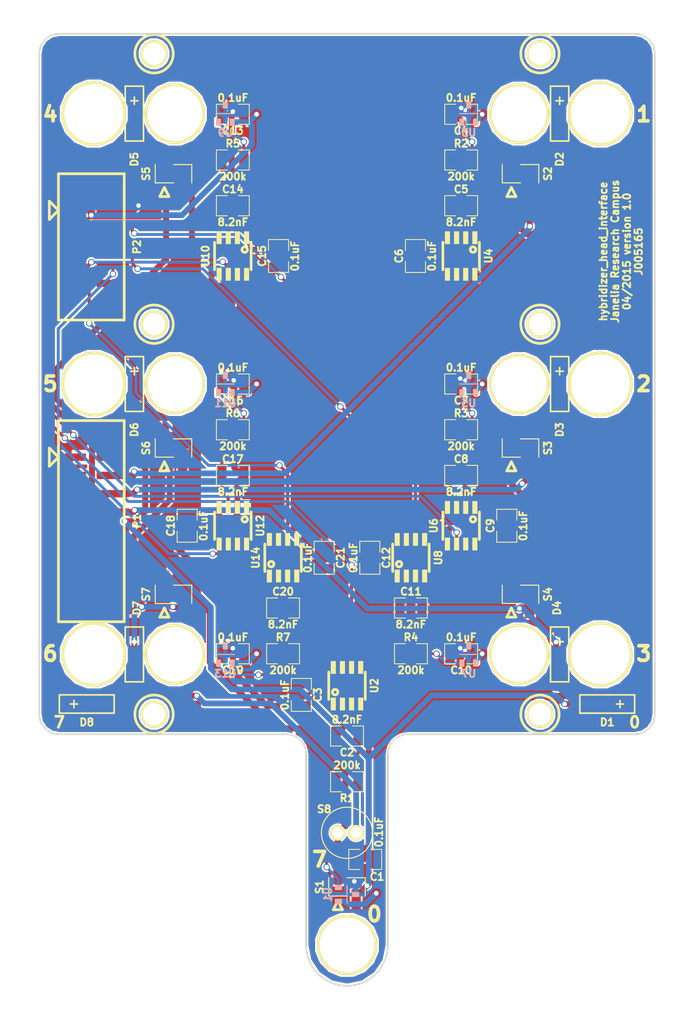
<source format=kicad_pcb>
(kicad_pcb (version 4) (host pcbnew 0.201504221001+5618~22~ubuntu14.04.1-product)
  (title_block (title hybridizer_head_interface) (rev 1.0))
  (layers (0 F.Cu signal) (31 B.Cu signal) (34 B.Paste user) (35 F.Paste user) (36 B.SilkS user) (37 F.SilkS user) (38 B.Mask user) (39 F.Mask user) (44 Edge.Cuts user))
  (net 0 "")
  (net 1 VAA)
  (net 2 /OUT0)
  (net 3 /OUT1)
  (net 4 /OUT2)
  (net 5 /OUT3)
  (net 6 /OUT4)
  (net 7 /OUT5)
  (net 8 /OUT6)
  (net 9 /OUT7)
  (net 10 +5V)
  (net 11 /A0)
  (net 12 /A1)
  (net 13 /A2)
  (net 14 /A3)
  (net 15 /A4)
  (net 16 /A5)
  (net 17 /A6)
  (net 18 GND)
  (net 19 "Net-(R1-Pad2)")
  (net 20 "Net-(U2-Pad1)")
  (net 21 "Net-(C2-Pad1)")
  (net 22 "Net-(U2-Pad5)")
  (net 23 "Net-(R2-Pad2)")
  (net 24 "Net-(U4-Pad1)")
  (net 25 "Net-(C5-Pad1)")
  (net 26 "Net-(U4-Pad5)")
  (net 27 "Net-(R3-Pad2)")
  (net 28 "Net-(U6-Pad1)")
  (net 29 "Net-(C8-Pad1)")
  (net 30 "Net-(U6-Pad5)")
  (net 31 "Net-(R4-Pad2)")
  (net 32 "Net-(U8-Pad1)")
  (net 33 "Net-(C11-Pad1)")
  (net 34 "Net-(U8-Pad5)")
  (net 35 "Net-(R5-Pad2)")
  (net 36 "Net-(U10-Pad1)")
  (net 37 "Net-(C14-Pad1)")
  (net 38 "Net-(U10-Pad5)")
  (net 39 "Net-(R6-Pad2)")
  (net 40 "Net-(U12-Pad1)")
  (net 41 "Net-(C17-Pad1)")
  (net 42 "Net-(U12-Pad5)")
  (net 43 "Net-(R7-Pad2)")
  (net 44 "Net-(U14-Pad1)")
  (net 45 "Net-(C20-Pad1)")
  (net 46 "Net-(U14-Pad5)")
  (net 47 "Net-(P2-Pad10)")
  (module hybridizer_head_interface:valve_hole (layer F.Cu) (at 93.599 151.958)
    (fp_text reference REF** hide)
    (fp_text value valve_hole hide)
    (pad "" thru_hole circle (at 0 0) (size 8.382 8.382) (drill 7.62) (layers *.Cu *.Mask F.SilkS))
  )
  (module hybridizer_head_interface:valve_hole (layer F.Cu) (at 117.533 111.613)
    (fp_text reference VALVE_HOLE_3 hide)
    (fp_text value valve_hole hide)
    (pad "" thru_hole circle (at 0 0) (size 8.382 8.382) (drill 7.62) (layers *.Cu *.Mask F.SilkS))
  )
  (module hybridizer_head_interface:valve_hole (layer F.Cu) (at 69.6671 111.613)
    (fp_text reference VALVE_HOLE_6 hide)
    (fp_text value valve_hole hide)
    (pad "" thru_hole circle (at 0 0) (size 8.382 8.382) (drill 7.62) (layers *.Cu *.Mask F.SilkS))
  )
  (module hybridizer_head_interface:valve_hole (layer F.Cu) (at 117.533 74.0512)
    (fp_text reference VALVE_HOLE_2 hide)
    (fp_text value valve_hole hide)
    (pad "" thru_hole circle (at 0 0) (size 8.382 8.382) (drill 7.62) (layers *.Cu *.Mask F.SilkS))
  )
  (module hybridizer_head_interface:valve_hole (layer F.Cu) (at 69.6671 74.0512)
    (fp_text reference VALVE_HOLE_5 hide)
    (fp_text value valve_hole hide)
    (pad "" thru_hole circle (at 0 0) (size 8.382 8.382) (drill 7.62) (layers *.Cu *.Mask F.SilkS))
  )
  (module hybridizer_head_interface:valve_hole (layer F.Cu) (at 117.533 36.4896)
    (fp_text reference VALVE_HOLE_1 hide)
    (fp_text value valve_hole hide)
    (pad "" thru_hole circle (at 0 0) (size 8.382 8.382) (drill 7.62) (layers *.Cu *.Mask F.SilkS))
  )
  (module hybridizer_head_interface:valve_hole (layer F.Cu) (at 69.6671 36.4896)
    (fp_text reference VALVE_HOLE_4 hide)
    (fp_text value valve_hole hide)
    (pad "" thru_hole circle (at 0 0) (size 8.382 8.382) (drill 7.62) (layers *.Cu *.Mask F.SilkS))
  )
  (module hybridizer_head_interface:Header_2_Pin_SMD (layer F.Cu) (at 93.599 143.901 180)
    (fp_text reference S1 (at 3.81 0 270) (layer F.SilkS) (effects (font (size 1.016 1.016) (thickness 0.254))))
    (fp_text value HEADER_01X02_SMD hide)
    (pad 2 smd rect (at -1.27 -1.8034 180) (size 1.27 2.9718) (layers F.Cu F.Paste F.Mask) (net 2 /OUT0))
    (pad 1 smd rect (at 1.27 1.8034 180) (size 1.27 2.9718) (layers F.Cu F.Paste F.Mask) (net 1 VAA))
  )
  (module hybridizer_head_interface:Header_2_Pin_SMD (layer F.Cu) (at 117.729 44.8412 180)
    (fp_text reference S2 (at -3.81 0 270) (layer F.SilkS) (effects (font (size 1.016 1.016) (thickness 0.254))))
    (fp_text value HEADER_01X02_SMD hide)
    (pad 2 smd rect (at -1.27 -1.8034 180) (size 1.27 2.9718) (layers F.Cu F.Paste F.Mask) (net 3 /OUT1))
    (pad 1 smd rect (at 1.27 1.8034 180) (size 1.27 2.9718) (layers F.Cu F.Paste F.Mask) (net 1 VAA))
  )
  (module hybridizer_head_interface:Header_2_Pin_SMD (layer F.Cu) (at 117.729 82.9412 180)
    (fp_text reference S3 (at -3.81 0 270) (layer F.SilkS) (effects (font (size 1.016 1.016) (thickness 0.254))))
    (fp_text value HEADER_01X02_SMD hide)
    (pad 2 smd rect (at -1.27 -1.8034 180) (size 1.27 2.9718) (layers F.Cu F.Paste F.Mask) (net 4 /OUT2))
    (pad 1 smd rect (at 1.27 1.8034 180) (size 1.27 2.9718) (layers F.Cu F.Paste F.Mask) (net 1 VAA))
  )
  (module hybridizer_head_interface:Header_2_Pin_SMD (layer F.Cu) (at 117.729 103.261 180)
    (fp_text reference S4 (at -3.81 0 270) (layer F.SilkS) (effects (font (size 1.016 1.016) (thickness 0.254))))
    (fp_text value HEADER_01X02_SMD hide)
    (pad 2 smd rect (at -1.27 -1.8034 180) (size 1.27 2.9718) (layers F.Cu F.Paste F.Mask) (net 5 /OUT3))
    (pad 1 smd rect (at 1.27 1.8034 180) (size 1.27 2.9718) (layers F.Cu F.Paste F.Mask) (net 1 VAA))
  )
  (module hybridizer_head_interface:Header_2_Pin_SMD (layer F.Cu) (at 69.469 44.8412 180)
    (fp_text reference S5 (at 3.81 0 270) (layer F.SilkS) (effects (font (size 1.016 1.016) (thickness 0.254))))
    (fp_text value HEADER_01X02_SMD hide)
    (pad 2 smd rect (at -1.27 -1.8034 180) (size 1.27 2.9718) (layers F.Cu F.Paste F.Mask) (net 6 /OUT4))
    (pad 1 smd rect (at 1.27 1.8034 180) (size 1.27 2.9718) (layers F.Cu F.Paste F.Mask) (net 1 VAA))
  )
  (module hybridizer_head_interface:Header_2_Pin_SMD (layer F.Cu) (at 69.469 82.9412 180)
    (fp_text reference S6 (at 3.81 0 270) (layer F.SilkS) (effects (font (size 1.016 1.016) (thickness 0.254))))
    (fp_text value HEADER_01X02_SMD hide)
    (pad 2 smd rect (at -1.27 -1.8034 180) (size 1.27 2.9718) (layers F.Cu F.Paste F.Mask) (net 7 /OUT5))
    (pad 1 smd rect (at 1.27 1.8034 180) (size 1.27 2.9718) (layers F.Cu F.Paste F.Mask) (net 1 VAA))
  )
  (module hybridizer_head_interface:Header_2_Pin_SMD (layer F.Cu) (at 69.469 103.261 180)
    (fp_text reference S7 (at 3.81 0 270) (layer F.SilkS) (effects (font (size 1.016 1.016) (thickness 0.254))))
    (fp_text value HEADER_01X02_SMD hide)
    (pad 2 smd rect (at -1.27 -1.8034 180) (size 1.27 2.9718) (layers F.Cu F.Paste F.Mask) (net 8 /OUT6))
    (pad 1 smd rect (at 1.27 1.8034 180) (size 1.27 2.9718) (layers F.Cu F.Paste F.Mask) (net 1 VAA))
  )
  (module hybridizer_head_interface:clearance_hole (layer F.Cu) (at 58.3844 36.4896)
    (fp_text reference CLEARANCE_HOLE_4 hide)
    (fp_text value clearance_hole hide)
    (pad "" thru_hole circle (at 0 0) (size 8.9662 8.9662) (drill 8.2042) (layers *.Cu *.Mask F.SilkS))
  )
  (module hybridizer_head_interface:clearance_hole (layer F.Cu) (at 58.3844 74.0512)
    (fp_text reference CLEARANCE_HOLE_5 hide)
    (fp_text value clearance_hole hide)
    (pad "" thru_hole circle (at 0 0) (size 8.9662 8.9662) (drill 8.2042) (layers *.Cu *.Mask F.SilkS))
  )
  (module hybridizer_head_interface:clearance_hole (layer F.Cu) (at 58.3844 111.613)
    (fp_text reference CLEARANCE_HOLE_6 hide)
    (fp_text value clearance_hole hide)
    (pad "" thru_hole circle (at 0 0) (size 8.9662 8.9662) (drill 8.2042) (layers *.Cu *.Mask F.SilkS))
  )
  (module hybridizer_head_interface:clearance_hole (layer F.Cu) (at 128.816 36.4896)
    (fp_text reference CLEARANCE_HOLE_1 hide)
    (fp_text value clearance_hole hide)
    (pad "" thru_hole circle (at 0 0) (size 8.9662 8.9662) (drill 8.2042) (layers *.Cu *.Mask F.SilkS))
  )
  (module hybridizer_head_interface:clearance_hole (layer F.Cu) (at 128.816 74.0512)
    (fp_text reference CLEARANCE_HOLE_2 hide)
    (fp_text value clearance_hole hide)
    (pad "" thru_hole circle (at 0 0) (size 8.9662 8.9662) (drill 8.2042) (layers *.Cu *.Mask F.SilkS))
  )
  (module hybridizer_head_interface:clearance_hole (layer F.Cu) (at 128.816 111.613)
    (fp_text reference CLEARANCE_HOLE_3 hide)
    (fp_text value clearance_hole hide)
    (pad "" thru_hole circle (at 0 0) (size 8.9662 8.9662) (drill 8.2042) (layers *.Cu *.Mask F.SilkS))
  )
  (module hybridizer_head_interface:LEE_VALVE_PLUG_IN (layer F.Cu) (at 93.599 136.388)
    (fp_text reference S8 (at -3.175 -3.28168) (layer F.SilkS) (effects (font (size 1.016 1.016) (thickness 0.254))))
    (fp_text value LEE_VALVE_PLUG_IN hide)
    (pad 1 thru_hole circle (at -1.27 0) (size 2.1844 2.1844) (drill 1.5494) (layers *.Cu *.Mask F.SilkS) (net 1 VAA) (clearance 0.1016))
    (pad 2 thru_hole circle (at 1.27 0) (size 2.1844 2.1844) (drill 1.5494) (layers *.Cu *.Mask F.SilkS) (net 9 /OUT7) (clearance 0.1016))
  )
  (module hybridizer_head_interface:SOIC_8_N (layer F.Cu) (at 93.599 115.961)
    (fp_text reference U2 (at 3.81 0 90) (layer F.SilkS) (effects (font (size 1.016 1.016) (thickness 0.254))))
    (fp_text value MAX4215 hide)
    (pad 1 smd rect (at -1.905 2.54) (size 0.7112 1.778) (layers F.Cu F.SilkS F.Mask) (net 20 "Net-(U2-Pad1)"))
    (pad 2 smd rect (at -0.635 2.54) (size 0.7112 1.778) (layers F.Cu F.SilkS F.Mask) (net 18 GND))
    (pad 3 smd rect (at 0.635 2.54) (size 0.7112 1.778) (layers F.Cu F.SilkS F.Mask) (net 21 "Net-(C2-Pad1)"))
    (pad 4 smd rect (at 1.905 2.54) (size 0.7112 1.778) (layers F.Cu F.SilkS F.Mask) (net 18 GND))
    (pad 5 smd rect (at 1.905 -2.54) (size 0.7112 1.778) (layers F.Cu F.SilkS F.Mask) (net 22 "Net-(U2-Pad5)"))
    (pad 6 smd rect (at 0.635 -2.54) (size 0.7112 1.778) (layers F.Cu F.SilkS F.Mask) (net 11 /A0))
    (pad 7 smd rect (at -0.635 -2.54) (size 0.7112 1.778) (layers F.Cu F.SilkS F.Mask) (net 10 +5V))
    (pad 8 smd rect (at -1.905 -2.54) (size 0.7112 1.778) (layers F.Cu F.SilkS F.Mask) (net 10 +5V))
  )
  (module hybridizer_head_interface:SOIC_8_N (layer F.Cu) (at 109.474 56.2712 180)
    (fp_text reference U4 (at -3.81 0 270) (layer F.SilkS) (effects (font (size 1.016 1.016) (thickness 0.254))))
    (fp_text value MAX4215 hide)
    (pad 1 smd rect (at -1.905 2.54 180) (size 0.7112 1.778) (layers F.Cu F.SilkS F.Mask) (net 24 "Net-(U4-Pad1)"))
    (pad 2 smd rect (at -0.635 2.54 180) (size 0.7112 1.778) (layers F.Cu F.SilkS F.Mask) (net 18 GND))
    (pad 3 smd rect (at 0.635 2.54 180) (size 0.7112 1.778) (layers F.Cu F.SilkS F.Mask) (net 25 "Net-(C5-Pad1)"))
    (pad 4 smd rect (at 1.905 2.54 180) (size 0.7112 1.778) (layers F.Cu F.SilkS F.Mask) (net 18 GND))
    (pad 5 smd rect (at 1.905 -2.54 180) (size 0.7112 1.778) (layers F.Cu F.SilkS F.Mask) (net 26 "Net-(U4-Pad5)"))
    (pad 6 smd rect (at 0.635 -2.54 180) (size 0.7112 1.778) (layers F.Cu F.SilkS F.Mask) (net 12 /A1))
    (pad 7 smd rect (at -0.635 -2.54 180) (size 0.7112 1.778) (layers F.Cu F.SilkS F.Mask) (net 10 +5V))
    (pad 8 smd rect (at -1.905 -2.54 180) (size 0.7112 1.778) (layers F.Cu F.SilkS F.Mask) (net 10 +5V))
  )
  (module hybridizer_head_interface:SOIC_8_N (layer F.Cu) (at 109.474 93.7362 180)
    (fp_text reference U6 (at 3.81 0 270) (layer F.SilkS) (effects (font (size 1.016 1.016) (thickness 0.254))))
    (fp_text value MAX4215 hide)
    (pad 1 smd rect (at -1.905 2.54 180) (size 0.7112 1.778) (layers F.Cu F.SilkS F.Mask) (net 28 "Net-(U6-Pad1)"))
    (pad 2 smd rect (at -0.635 2.54 180) (size 0.7112 1.778) (layers F.Cu F.SilkS F.Mask) (net 18 GND))
    (pad 3 smd rect (at 0.635 2.54 180) (size 0.7112 1.778) (layers F.Cu F.SilkS F.Mask) (net 29 "Net-(C8-Pad1)"))
    (pad 4 smd rect (at 1.905 2.54 180) (size 0.7112 1.778) (layers F.Cu F.SilkS F.Mask) (net 18 GND))
    (pad 5 smd rect (at 1.905 -2.54 180) (size 0.7112 1.778) (layers F.Cu F.SilkS F.Mask) (net 30 "Net-(U6-Pad5)"))
    (pad 6 smd rect (at 0.635 -2.54 180) (size 0.7112 1.778) (layers F.Cu F.SilkS F.Mask) (net 13 /A2))
    (pad 7 smd rect (at -0.635 -2.54 180) (size 0.7112 1.778) (layers F.Cu F.SilkS F.Mask) (net 10 +5V))
    (pad 8 smd rect (at -1.905 -2.54 180) (size 0.7112 1.778) (layers F.Cu F.SilkS F.Mask) (net 10 +5V))
  )
  (module hybridizer_head_interface:SOIC_8_N (layer F.Cu) (at 102.489 98.1812)
    (fp_text reference U8 (at 3.81 0 90) (layer F.SilkS) (effects (font (size 1.016 1.016) (thickness 0.254))))
    (fp_text value MAX4215 hide)
    (pad 1 smd rect (at -1.905 2.54) (size 0.7112 1.778) (layers F.Cu F.SilkS F.Mask) (net 32 "Net-(U8-Pad1)"))
    (pad 2 smd rect (at -0.635 2.54) (size 0.7112 1.778) (layers F.Cu F.SilkS F.Mask) (net 18 GND))
    (pad 3 smd rect (at 0.635 2.54) (size 0.7112 1.778) (layers F.Cu F.SilkS F.Mask) (net 33 "Net-(C11-Pad1)"))
    (pad 4 smd rect (at 1.905 2.54) (size 0.7112 1.778) (layers F.Cu F.SilkS F.Mask) (net 18 GND))
    (pad 5 smd rect (at 1.905 -2.54) (size 0.7112 1.778) (layers F.Cu F.SilkS F.Mask) (net 34 "Net-(U8-Pad5)"))
    (pad 6 smd rect (at 0.635 -2.54) (size 0.7112 1.778) (layers F.Cu F.SilkS F.Mask) (net 14 /A3))
    (pad 7 smd rect (at -0.635 -2.54) (size 0.7112 1.778) (layers F.Cu F.SilkS F.Mask) (net 10 +5V))
    (pad 8 smd rect (at -1.905 -2.54) (size 0.7112 1.778) (layers F.Cu F.SilkS F.Mask) (net 10 +5V))
  )
  (module hybridizer_head_interface:SOIC_8_N (layer F.Cu) (at 77.724 56.2712 180)
    (fp_text reference U10 (at 3.81 0 270) (layer F.SilkS) (effects (font (size 1.016 1.016) (thickness 0.254))))
    (fp_text value MAX4215 hide)
    (pad 1 smd rect (at -1.905 2.54 180) (size 0.7112 1.778) (layers F.Cu F.SilkS F.Mask) (net 36 "Net-(U10-Pad1)"))
    (pad 2 smd rect (at -0.635 2.54 180) (size 0.7112 1.778) (layers F.Cu F.SilkS F.Mask) (net 18 GND))
    (pad 3 smd rect (at 0.635 2.54 180) (size 0.7112 1.778) (layers F.Cu F.SilkS F.Mask) (net 37 "Net-(C14-Pad1)"))
    (pad 4 smd rect (at 1.905 2.54 180) (size 0.7112 1.778) (layers F.Cu F.SilkS F.Mask) (net 18 GND))
    (pad 5 smd rect (at 1.905 -2.54 180) (size 0.7112 1.778) (layers F.Cu F.SilkS F.Mask) (net 38 "Net-(U10-Pad5)"))
    (pad 6 smd rect (at 0.635 -2.54 180) (size 0.7112 1.778) (layers F.Cu F.SilkS F.Mask) (net 15 /A4))
    (pad 7 smd rect (at -0.635 -2.54 180) (size 0.7112 1.778) (layers F.Cu F.SilkS F.Mask) (net 10 +5V))
    (pad 8 smd rect (at -1.905 -2.54 180) (size 0.7112 1.778) (layers F.Cu F.SilkS F.Mask) (net 10 +5V))
  )
  (module hybridizer_head_interface:SOIC_8_N (layer F.Cu) (at 77.724 93.7362 180)
    (fp_text reference U12 (at -3.81 0 270) (layer F.SilkS) (effects (font (size 1.016 1.016) (thickness 0.254))))
    (fp_text value MAX4215 hide)
    (pad 1 smd rect (at -1.905 2.54 180) (size 0.7112 1.778) (layers F.Cu F.SilkS F.Mask) (net 40 "Net-(U12-Pad1)"))
    (pad 2 smd rect (at -0.635 2.54 180) (size 0.7112 1.778) (layers F.Cu F.SilkS F.Mask) (net 18 GND))
    (pad 3 smd rect (at 0.635 2.54 180) (size 0.7112 1.778) (layers F.Cu F.SilkS F.Mask) (net 41 "Net-(C17-Pad1)"))
    (pad 4 smd rect (at 1.905 2.54 180) (size 0.7112 1.778) (layers F.Cu F.SilkS F.Mask) (net 18 GND))
    (pad 5 smd rect (at 1.905 -2.54 180) (size 0.7112 1.778) (layers F.Cu F.SilkS F.Mask) (net 42 "Net-(U12-Pad5)"))
    (pad 6 smd rect (at 0.635 -2.54 180) (size 0.7112 1.778) (layers F.Cu F.SilkS F.Mask) (net 16 /A5))
    (pad 7 smd rect (at -0.635 -2.54 180) (size 0.7112 1.778) (layers F.Cu F.SilkS F.Mask) (net 10 +5V))
    (pad 8 smd rect (at -1.905 -2.54 180) (size 0.7112 1.778) (layers F.Cu F.SilkS F.Mask) (net 10 +5V))
  )
  (module hybridizer_head_interface:SOIC_8_N (layer F.Cu) (at 84.709 98.1812)
    (fp_text reference U14 (at -3.81 0 90) (layer F.SilkS) (effects (font (size 1.016 1.016) (thickness 0.254))))
    (fp_text value MAX4215 hide)
    (pad 1 smd rect (at -1.905 2.54) (size 0.7112 1.778) (layers F.Cu F.SilkS F.Mask) (net 44 "Net-(U14-Pad1)"))
    (pad 2 smd rect (at -0.635 2.54) (size 0.7112 1.778) (layers F.Cu F.SilkS F.Mask) (net 18 GND))
    (pad 3 smd rect (at 0.635 2.54) (size 0.7112 1.778) (layers F.Cu F.SilkS F.Mask) (net 45 "Net-(C20-Pad1)"))
    (pad 4 smd rect (at 1.905 2.54) (size 0.7112 1.778) (layers F.Cu F.SilkS F.Mask) (net 18 GND))
    (pad 5 smd rect (at 1.905 -2.54) (size 0.7112 1.778) (layers F.Cu F.SilkS F.Mask) (net 46 "Net-(U14-Pad5)"))
    (pad 6 smd rect (at 0.635 -2.54) (size 0.7112 1.778) (layers F.Cu F.SilkS F.Mask) (net 17 /A6))
    (pad 7 smd rect (at -0.635 -2.54) (size 0.7112 1.778) (layers F.Cu F.SilkS F.Mask) (net 10 +5V))
    (pad 8 smd rect (at -1.905 -2.54) (size 0.7112 1.778) (layers F.Cu F.SilkS F.Mask) (net 10 +5V))
  )
  (module hybridizer_head_interface:mounting_hole (layer F.Cu) (at 66.7639 28.1813)
    (fp_text reference MOUNTING_HOLE_4 hide)
    (fp_text value mounting_hole hide)
    (pad "" thru_hole circle (at 0 0) (size 3.81 3.81) (drill 3.0988) (layers *.Cu *.Mask F.SilkS))
  )
  (module hybridizer_head_interface:mounting_hole (layer F.Cu) (at 120.434 28.1813)
    (fp_text reference MOUNTING_HOLE_1 hide)
    (fp_text value mounting_hole hide)
    (pad "" thru_hole circle (at 0 0) (size 3.81 3.81) (drill 3.0988) (layers *.Cu *.Mask F.SilkS))
  )
  (module hybridizer_head_interface:mounting_hole (layer F.Cu) (at 66.7639 65.7428)
    (fp_text reference MOUNTING_HOLE_5 hide)
    (fp_text value mounting_hole hide)
    (pad "" thru_hole circle (at 0 0) (size 3.81 3.81) (drill 3.0988) (layers *.Cu *.Mask F.SilkS))
  )
  (module hybridizer_head_interface:mounting_hole (layer F.Cu) (at 120.434 65.7428)
    (fp_text reference MOUNTING_HOLE_2 hide)
    (fp_text value mounting_hole hide)
    (pad "" thru_hole circle (at 0 0) (size 3.81 3.81) (drill 3.0988) (layers *.Cu *.Mask F.SilkS))
  )
  (module hybridizer_head_interface:mounting_hole (layer F.Cu) (at 66.7639 119.921)
    (fp_text reference MOUNTING_HOLE_6 hide)
    (fp_text value mounting_hole hide)
    (pad "" thru_hole circle (at 0 0) (size 3.81 3.81) (drill 3.0988) (layers *.Cu *.Mask F.SilkS))
  )
  (module hybridizer_head_interface:mounting_hole (layer F.Cu) (at 120.434 119.921)
    (fp_text reference MOUNTING_HOLE_3 hide)
    (fp_text value mounting_hole hide)
    (pad "" thru_hole circle (at 0 0) (size 3.81 3.81) (drill 3.0988) (layers *.Cu *.Mask F.SilkS))
  )
  (module hybridizer_head_interface:LED_555-3XXX_SMD (layer F.Cu) (at 57.404 118.501 90)
    (fp_text reference D8 (at -2.54 0 180) (layer F.SilkS) (effects (font (size 1.016 1.016) (thickness 0.254))))
    (fp_text value LED_24V_SMD hide)
    (pad 1 smd rect (at 0 -3.81 90) (size 1.524 2.54) (layers F.Cu F.Paste F.Mask) (net 1 VAA))
    (pad 2 smd rect (at 0 3.81 90) (size 1.524 2.54) (layers F.Cu F.Paste F.Mask) (net 9 /OUT7))
  )
  (module hybridizer_head_interface:LED_555-3XXX_SMD (layer F.Cu) (at 64.0258 111.613)
    (fp_text reference D7 (at 0.36322 -6.44652 90) (layer F.SilkS) (effects (font (size 1.016 1.016) (thickness 0.254))))
    (fp_text value LED_24V_SMD hide)
    (pad 1 smd rect (at 0 -3.81) (size 1.524 2.54) (layers F.Cu F.Paste F.Mask) (net 1 VAA))
    (pad 2 smd rect (at 0 3.81) (size 1.524 2.54) (layers F.Cu F.Paste F.Mask) (net 8 /OUT6))
  )
  (module hybridizer_head_interface:LED_555-3XXX_SMD (layer F.Cu) (at 64.0258 74.0512)
    (fp_text reference D6 (at 0 6.35 90) (layer F.SilkS) (effects (font (size 1.016 1.016) (thickness 0.254))))
    (fp_text value LED_24V_SMD hide)
    (pad 1 smd rect (at 0 -3.81) (size 1.524 2.54) (layers F.Cu F.Paste F.Mask) (net 1 VAA))
    (pad 2 smd rect (at 0 3.81) (size 1.524 2.54) (layers F.Cu F.Paste F.Mask) (net 7 /OUT5))
  )
  (module hybridizer_head_interface:LED_555-3XXX_SMD (layer F.Cu) (at 64.0258 36.4896)
    (fp_text reference D5 (at 0 6.35 90) (layer F.SilkS) (effects (font (size 1.016 1.016) (thickness 0.254))))
    (fp_text value LED_24V_SMD hide)
    (pad 1 smd rect (at 0 -3.81) (size 1.524 2.54) (layers F.Cu F.Paste F.Mask) (net 1 VAA))
    (pad 2 smd rect (at 0 3.81) (size 1.524 2.54) (layers F.Cu F.Paste F.Mask) (net 6 /OUT4))
  )
  (module hybridizer_head_interface:LED_555-3XXX_SMD (layer F.Cu) (at 123.175 111.613)
    (fp_text reference D4 (at -0.36576 -6.44652 90) (layer F.SilkS) (effects (font (size 1.016 1.016) (thickness 0.254))))
    (fp_text value LED_24V_SMD hide)
    (pad 1 smd rect (at 0 -3.81) (size 1.524 2.54) (layers F.Cu F.Paste F.Mask) (net 1 VAA))
    (pad 2 smd rect (at 0 3.81) (size 1.524 2.54) (layers F.Cu F.Paste F.Mask) (net 5 /OUT3))
  )
  (module hybridizer_head_interface:LED_555-3XXX_SMD (layer F.Cu) (at 123.175 74.0512)
    (fp_text reference D3 (at 0 6.35 90) (layer F.SilkS) (effects (font (size 1.016 1.016) (thickness 0.254))))
    (fp_text value LED_24V_SMD hide)
    (pad 1 smd rect (at 0 -3.81) (size 1.524 2.54) (layers F.Cu F.Paste F.Mask) (net 1 VAA))
    (pad 2 smd rect (at 0 3.81) (size 1.524 2.54) (layers F.Cu F.Paste F.Mask) (net 4 /OUT2))
  )
  (module hybridizer_head_interface:LED_555-3XXX_SMD (layer F.Cu) (at 123.175 36.4896)
    (fp_text reference D2 (at 0 6.35 90) (layer F.SilkS) (effects (font (size 1.016 1.016) (thickness 0.254))))
    (fp_text value LED_24V_SMD hide)
    (pad 1 smd rect (at 0 -3.81) (size 1.524 2.54) (layers F.Cu F.Paste F.Mask) (net 1 VAA))
    (pad 2 smd rect (at 0 3.81) (size 1.524 2.54) (layers F.Cu F.Paste F.Mask) (net 3 /OUT1))
  )
  (module hybridizer_head_interface:LED_555-3XXX_SMD (layer F.Cu) (at 129.794 118.501 270)
    (fp_text reference D1 (at 2.54 0 360) (layer F.SilkS) (effects (font (size 1.016 1.016) (thickness 0.254))))
    (fp_text value LED_24V_SMD hide)
    (pad 1 smd rect (at 0 -3.81 270) (size 1.524 2.54) (layers F.Cu F.Paste F.Mask) (net 1 VAA))
    (pad 2 smd rect (at 0 3.81 270) (size 1.524 2.54) (layers F.Cu F.Paste F.Mask) (net 2 /OUT0))
  )
  (module hybridizer_head_interface:HEADER_02x05_SMD (layer F.Cu) (at 58.039 55.0012 90)
    (fp_text reference P2 (at 0 6.35 90) (layer F.SilkS) (effects (font (size 1.016 1.016) (thickness 0.254))))
    (fp_text value HEADER_02X05_SMD hide)
    (pad 1 smd rect (at 5.08 -2.9972 90) (size 1.016 4.4958) (layers F.Cu F.Paste F.Mask) (net 10 +5V))
    (pad 2 smd rect (at 5.08 2.9972 90) (size 1.016 4.4958) (layers F.Cu F.Paste F.Mask) (net 18 GND))
    (pad 3 smd rect (at 2.54 -2.9972 90) (size 1.016 4.4958) (layers F.Cu F.Paste F.Mask) (net 11 /A0))
    (pad 4 smd rect (at 2.54 2.9972 90) (size 1.016 4.4958) (layers F.Cu F.Paste F.Mask) (net 12 /A1))
    (pad 5 smd rect (at 0 -2.9972 90) (size 1.016 4.4958) (layers F.Cu F.Paste F.Mask) (net 13 /A2))
    (pad 6 smd rect (at 0 2.9972 90) (size 1.016 4.4958) (layers F.Cu F.Paste F.Mask) (net 14 /A3))
    (pad 7 smd rect (at -2.54 -2.9972 90) (size 1.016 4.4958) (layers F.Cu F.Paste F.Mask) (net 15 /A4))
    (pad 8 smd rect (at -2.54 2.9972 90) (size 1.016 4.4958) (layers F.Cu F.Paste F.Mask) (net 16 /A5))
    (pad 9 smd rect (at -5.08 -2.9972 90) (size 1.016 4.4958) (layers F.Cu F.Paste F.Mask) (net 17 /A6))
    (pad 10 smd rect (at -5.08 2.9972 90) (size 1.016 4.4958) (layers F.Cu F.Paste F.Mask) (net 47 "Net-(P2-Pad10)"))
  )
  (module hybridizer_head_interface:HEADER_02x08_SMD (layer F.Cu) (at 58.039 93.1012 90)
    (fp_text reference P1 (at 0 6.35 90) (layer F.SilkS) (effects (font (size 1.016 1.016) (thickness 0.254))))
    (fp_text value HEADER_02X08_SMD hide)
    (pad 1 smd rect (at 8.89 -2.9972 90) (size 1.016 4.4958) (layers F.Cu F.Paste F.Mask) (net 1 VAA))
    (pad 2 smd rect (at 8.89 2.9972 90) (size 1.016 4.4958) (layers F.Cu F.Paste F.Mask) (net 2 /OUT0))
    (pad 3 smd rect (at 6.35 -2.9972 90) (size 1.016 4.4958) (layers F.Cu F.Paste F.Mask) (net 1 VAA))
    (pad 4 smd rect (at 6.35 2.9972 90) (size 1.016 4.4958) (layers F.Cu F.Paste F.Mask) (net 3 /OUT1))
    (pad 5 smd rect (at 3.81 -2.9972 90) (size 1.016 4.4958) (layers F.Cu F.Paste F.Mask) (net 1 VAA))
    (pad 6 smd rect (at 3.81 2.9972 90) (size 1.016 4.4958) (layers F.Cu F.Paste F.Mask) (net 4 /OUT2))
    (pad 7 smd rect (at 1.27 -2.9972 90) (size 1.016 4.4958) (layers F.Cu F.Paste F.Mask) (net 1 VAA))
    (pad 8 smd rect (at 1.27 2.9972 90) (size 1.016 4.4958) (layers F.Cu F.Paste F.Mask) (net 5 /OUT3))
    (pad 9 smd rect (at -1.27 -2.9972 90) (size 1.016 4.4958) (layers F.Cu F.Paste F.Mask) (net 1 VAA))
    (pad 10 smd rect (at -1.27 2.9972 90) (size 1.016 4.4958) (layers F.Cu F.Paste F.Mask) (net 6 /OUT4))
    (pad 11 smd rect (at -3.81 -2.9972 90) (size 1.016 4.4958) (layers F.Cu F.Paste F.Mask) (net 1 VAA))
    (pad 12 smd rect (at -3.81 2.9972 90) (size 1.016 4.4958) (layers F.Cu F.Paste F.Mask) (net 7 /OUT5))
    (pad 13 smd rect (at -6.35 -2.9972 90) (size 1.016 4.4958) (layers F.Cu F.Paste F.Mask) (net 1 VAA))
    (pad 14 smd rect (at -6.35 2.9972 90) (size 1.016 4.4958) (layers F.Cu F.Paste F.Mask) (net 8 /OUT6))
    (pad 15 smd rect (at -8.89 -2.9972 90) (size 1.016 4.4958) (layers F.Cu F.Paste F.Mask) (net 1 VAA))
    (pad 16 smd rect (at -8.89 2.9972 90) (size 1.016 4.4958) (layers F.Cu F.Paste F.Mask) (net 9 /OUT7))
  )
  (module hybridizer_head_interface:SOT-23-3 (layer B.Cu) (at 76.6724 111.613 180)
    (fp_text reference U13 (at 0 -2.667 180) (layer B.SilkS) (effects (font (size 1.016 1.016) (thickness 0.254)) (justify mirror)))
    (fp_text value HALL_DRV5053 hide)
    (pad 1 smd rect (at -0.94996 -1.19888 180) (size 0.70104 1.00076) (layers B.Cu B.SilkS B.Mask) (net 10 +5V))
    (pad 2 smd rect (at 0.94996 -1.19888 180) (size 0.70104 1.00076) (layers B.Cu B.SilkS B.Mask) (net 43 "Net-(R7-Pad2)"))
    (pad 3 smd rect (at 0 1.19888 180) (size 0.70104 1.00076) (layers B.Cu B.SilkS B.Mask) (net 18 GND))
  )
  (module hybridizer_head_interface:SOT-23-3 (layer B.Cu) (at 76.6724 74.0512 180)
    (fp_text reference U11 (at 0 -2.667 180) (layer B.SilkS) (effects (font (size 1.016 1.016) (thickness 0.254)) (justify mirror)))
    (fp_text value HALL_DRV5053 hide)
    (pad 1 smd rect (at -0.94996 -1.19888 180) (size 0.70104 1.00076) (layers B.Cu B.SilkS B.Mask) (net 10 +5V))
    (pad 2 smd rect (at 0.94996 -1.19888 180) (size 0.70104 1.00076) (layers B.Cu B.SilkS B.Mask) (net 39 "Net-(R6-Pad2)"))
    (pad 3 smd rect (at 0 1.19888 180) (size 0.70104 1.00076) (layers B.Cu B.SilkS B.Mask) (net 18 GND))
  )
  (module hybridizer_head_interface:SOT-23-3 (layer B.Cu) (at 76.6724 36.4896 180)
    (fp_text reference U9 (at 0 -2.667 180) (layer B.SilkS) (effects (font (size 1.016 1.016) (thickness 0.254)) (justify mirror)))
    (fp_text value HALL_DRV5053 hide)
    (pad 1 smd rect (at -0.94996 -1.19888 180) (size 0.70104 1.00076) (layers B.Cu B.SilkS B.Mask) (net 10 +5V))
    (pad 2 smd rect (at 0.94996 -1.19888 180) (size 0.70104 1.00076) (layers B.Cu B.SilkS B.Mask) (net 35 "Net-(R5-Pad2)"))
    (pad 3 smd rect (at 0 1.19888 180) (size 0.70104 1.00076) (layers B.Cu B.SilkS B.Mask) (net 18 GND))
  )
  (module hybridizer_head_interface:SOT-23-3 (layer B.Cu) (at 110.528 111.613 180)
    (fp_text reference U7 (at 0 -2.667 180) (layer B.SilkS) (effects (font (size 1.016 1.016) (thickness 0.254)) (justify mirror)))
    (fp_text value HALL_DRV5053 hide)
    (pad 1 smd rect (at -0.94996 -1.19888 180) (size 0.70104 1.00076) (layers B.Cu B.SilkS B.Mask) (net 10 +5V))
    (pad 2 smd rect (at 0.94996 -1.19888 180) (size 0.70104 1.00076) (layers B.Cu B.SilkS B.Mask) (net 31 "Net-(R4-Pad2)"))
    (pad 3 smd rect (at 0 1.19888 180) (size 0.70104 1.00076) (layers B.Cu B.SilkS B.Mask) (net 18 GND))
  )
  (module hybridizer_head_interface:SOT-23-3 (layer B.Cu) (at 110.528 74.0512 180)
    (fp_text reference U5 (at 0 -2.667 180) (layer B.SilkS) (effects (font (size 1.016 1.016) (thickness 0.254)) (justify mirror)))
    (fp_text value HALL_DRV5053 hide)
    (pad 1 smd rect (at -0.94996 -1.19888 180) (size 0.70104 1.00076) (layers B.Cu B.SilkS B.Mask) (net 10 +5V))
    (pad 2 smd rect (at 0.94996 -1.19888 180) (size 0.70104 1.00076) (layers B.Cu B.SilkS B.Mask) (net 27 "Net-(R3-Pad2)"))
    (pad 3 smd rect (at 0 1.19888 180) (size 0.70104 1.00076) (layers B.Cu B.SilkS B.Mask) (net 18 GND))
  )
  (module hybridizer_head_interface:SOT-23-3 (layer B.Cu) (at 110.528 36.4896 180)
    (fp_text reference U3 (at 0 -2.667 180) (layer B.SilkS) (effects (font (size 1.016 1.016) (thickness 0.254)) (justify mirror)))
    (fp_text value HALL_DRV5053 hide)
    (pad 1 smd rect (at -0.94996 -1.19888 180) (size 0.70104 1.00076) (layers B.Cu B.SilkS B.Mask) (net 10 +5V))
    (pad 2 smd rect (at 0.94996 -1.19888 180) (size 0.70104 1.00076) (layers B.Cu B.SilkS B.Mask) (net 23 "Net-(R2-Pad2)"))
    (pad 3 smd rect (at 0 1.19888 180) (size 0.70104 1.00076) (layers B.Cu B.SilkS B.Mask) (net 18 GND))
  )
  (module hybridizer_head_interface:SOT-23-3 (layer B.Cu) (at 93.599 144.953 90)
    (fp_text reference U1 (at 0 -2.667 90) (layer B.SilkS) (effects (font (size 1.016 1.016) (thickness 0.254)) (justify mirror)))
    (fp_text value HALL_DRV5053 hide)
    (pad 1 smd rect (at -0.94996 -1.19888 90) (size 0.70104 1.00076) (layers B.Cu B.SilkS B.Mask) (net 10 +5V))
    (pad 2 smd rect (at 0.94996 -1.19888 90) (size 0.70104 1.00076) (layers B.Cu B.SilkS B.Mask) (net 19 "Net-(R1-Pad2)"))
    (pad 3 smd rect (at 0 1.19888 90) (size 0.70104 1.00076) (layers B.Cu B.SilkS B.Mask) (net 18 GND))
  )
  (module hybridizer_head_interface:SM1210 (layer F.Cu) (at 96.139 140.091 180)
    (fp_text reference C1 (at -1.651 -2.413 180) (layer F.SilkS) (effects (font (size 1.016 1.016) (thickness 0.254))))
    (fp_text value 0.1uF (at -1.905 3.81 270) (layer F.SilkS) (effects (font (size 1.016 1.016) (thickness 0.254))))
    (pad 1 smd rect (at -1.524 0 180) (size 1.27 2.54) (layers F.Cu F.Paste F.Mask) (net 10 +5V))
    (pad 2 smd rect (at 1.524 0 180) (size 1.27 2.54) (layers F.Cu F.Paste F.Mask) (net 18 GND))
  )
  (module hybridizer_head_interface:SM1210 (layer F.Cu) (at 93.599 122.946 180)
    (fp_text reference C2 (at 0 -2.286 180) (layer F.SilkS) (effects (font (size 1.016 1.016) (thickness 0.254))))
    (fp_text value 8.2nF (at 0 2.286 180) (layer F.SilkS) (effects (font (size 1.016 1.016) (thickness 0.254))))
    (pad 1 smd rect (at -1.524 0 180) (size 1.27 2.54) (layers F.Cu F.Paste F.Mask) (net 21 "Net-(C2-Pad1)"))
    (pad 2 smd rect (at 1.524 0 180) (size 1.27 2.54) (layers F.Cu F.Paste F.Mask) (net 18 GND))
  )
  (module hybridizer_head_interface:SM1210 (layer F.Cu) (at 87.249 117.231 270)
    (fp_text reference C3 (at 0 -2.286 270) (layer F.SilkS) (effects (font (size 1.016 1.016) (thickness 0.254))))
    (fp_text value 0.1uF (at 0 2.286 270) (layer F.SilkS) (effects (font (size 1.016 1.016) (thickness 0.254))))
    (pad 1 smd rect (at -1.524 0 270) (size 1.27 2.54) (layers F.Cu F.Paste F.Mask) (net 10 +5V))
    (pad 2 smd rect (at 1.524 0 270) (size 1.27 2.54) (layers F.Cu F.Paste F.Mask) (net 18 GND))
  )
  (module hybridizer_head_interface:SM1210 (layer F.Cu) (at 109.474 36.5862 180)
    (fp_text reference C4 (at 0 -2.286 180) (layer F.SilkS) (effects (font (size 1.016 1.016) (thickness 0.254))))
    (fp_text value 0.1uF (at 0 2.286 180) (layer F.SilkS) (effects (font (size 1.016 1.016) (thickness 0.254))))
    (pad 1 smd rect (at -1.524 0 180) (size 1.27 2.54) (layers F.Cu F.Paste F.Mask) (net 10 +5V))
    (pad 2 smd rect (at 1.524 0 180) (size 1.27 2.54) (layers F.Cu F.Paste F.Mask) (net 18 GND))
  )
  (module hybridizer_head_interface:SM1210 (layer F.Cu) (at 109.474 49.2862)
    (fp_text reference C5 (at 0 -2.286) (layer F.SilkS) (effects (font (size 1.016 1.016) (thickness 0.254))))
    (fp_text value 8.2nF (at 0 2.286) (layer F.SilkS) (effects (font (size 1.016 1.016) (thickness 0.254))))
    (pad 1 smd rect (at -1.524 0) (size 1.27 2.54) (layers F.Cu F.Paste F.Mask) (net 25 "Net-(C5-Pad1)"))
    (pad 2 smd rect (at 1.524 0) (size 1.27 2.54) (layers F.Cu F.Paste F.Mask) (net 18 GND))
  )
  (module hybridizer_head_interface:SM1210 (layer F.Cu) (at 103.124 56.2712 90)
    (fp_text reference C6 (at 0 -2.286 90) (layer F.SilkS) (effects (font (size 1.016 1.016) (thickness 0.254))))
    (fp_text value 0.1uF (at 0 2.286 90) (layer F.SilkS) (effects (font (size 1.016 1.016) (thickness 0.254))))
    (pad 1 smd rect (at -1.524 0 90) (size 1.27 2.54) (layers F.Cu F.Paste F.Mask) (net 10 +5V))
    (pad 2 smd rect (at 1.524 0 90) (size 1.27 2.54) (layers F.Cu F.Paste F.Mask) (net 18 GND))
  )
  (module hybridizer_head_interface:SM1210 (layer F.Cu) (at 109.474 74.0512 180)
    (fp_text reference C7 (at 0 -2.286 180) (layer F.SilkS) (effects (font (size 1.016 1.016) (thickness 0.254))))
    (fp_text value 0.1uF (at 0 2.286 180) (layer F.SilkS) (effects (font (size 1.016 1.016) (thickness 0.254))))
    (pad 1 smd rect (at -1.524 0 180) (size 1.27 2.54) (layers F.Cu F.Paste F.Mask) (net 10 +5V))
    (pad 2 smd rect (at 1.524 0 180) (size 1.27 2.54) (layers F.Cu F.Paste F.Mask) (net 18 GND))
  )
  (module hybridizer_head_interface:SM1210 (layer F.Cu) (at 109.474 86.7512)
    (fp_text reference C8 (at 0 -2.286) (layer F.SilkS) (effects (font (size 1.016 1.016) (thickness 0.254))))
    (fp_text value 8.2nF (at 0 2.286) (layer F.SilkS) (effects (font (size 1.016 1.016) (thickness 0.254))))
    (pad 1 smd rect (at -1.524 0) (size 1.27 2.54) (layers F.Cu F.Paste F.Mask) (net 29 "Net-(C8-Pad1)"))
    (pad 2 smd rect (at 1.524 0) (size 1.27 2.54) (layers F.Cu F.Paste F.Mask) (net 18 GND))
  )
  (module hybridizer_head_interface:SM1210 (layer F.Cu) (at 115.824 93.7362 90)
    (fp_text reference C9 (at 0 -2.286 90) (layer F.SilkS) (effects (font (size 1.016 1.016) (thickness 0.254))))
    (fp_text value 0.1uF (at 0 2.286 90) (layer F.SilkS) (effects (font (size 1.016 1.016) (thickness 0.254))))
    (pad 1 smd rect (at -1.524 0 90) (size 1.27 2.54) (layers F.Cu F.Paste F.Mask) (net 10 +5V))
    (pad 2 smd rect (at 1.524 0 90) (size 1.27 2.54) (layers F.Cu F.Paste F.Mask) (net 18 GND))
  )
  (module hybridizer_head_interface:SM1210 (layer F.Cu) (at 109.474 111.516 180)
    (fp_text reference C10 (at 0 -2.286 180) (layer F.SilkS) (effects (font (size 1.016 1.016) (thickness 0.254))))
    (fp_text value 0.1uF (at 0 2.286 180) (layer F.SilkS) (effects (font (size 1.016 1.016) (thickness 0.254))))
    (pad 1 smd rect (at -1.524 0 180) (size 1.27 2.54) (layers F.Cu F.Paste F.Mask) (net 10 +5V))
    (pad 2 smd rect (at 1.524 0 180) (size 1.27 2.54) (layers F.Cu F.Paste F.Mask) (net 18 GND))
  )
  (module hybridizer_head_interface:SM1210 (layer F.Cu) (at 102.489 105.166)
    (fp_text reference C11 (at 0 -2.286) (layer F.SilkS) (effects (font (size 1.016 1.016) (thickness 0.254))))
    (fp_text value 8.2nF (at 0 2.286) (layer F.SilkS) (effects (font (size 1.016 1.016) (thickness 0.254))))
    (pad 1 smd rect (at -1.524 0) (size 1.27 2.54) (layers F.Cu F.Paste F.Mask) (net 33 "Net-(C11-Pad1)"))
    (pad 2 smd rect (at 1.524 0) (size 1.27 2.54) (layers F.Cu F.Paste F.Mask) (net 18 GND))
  )
  (module hybridizer_head_interface:SM1210 (layer F.Cu) (at 96.774 98.1812 270)
    (fp_text reference C12 (at 0 -2.286 270) (layer F.SilkS) (effects (font (size 1.016 1.016) (thickness 0.254))))
    (fp_text value 0.1uF (at 0 2.286 270) (layer F.SilkS) (effects (font (size 1.016 1.016) (thickness 0.254))))
    (pad 1 smd rect (at -1.524 0 270) (size 1.27 2.54) (layers F.Cu F.Paste F.Mask) (net 10 +5V))
    (pad 2 smd rect (at 1.524 0 270) (size 1.27 2.54) (layers F.Cu F.Paste F.Mask) (net 18 GND))
  )
  (module hybridizer_head_interface:SM1210 (layer F.Cu) (at 77.724 36.5862 180)
    (fp_text reference C13 (at 0 -2.286 180) (layer F.SilkS) (effects (font (size 1.016 1.016) (thickness 0.254))))
    (fp_text value 0.1uF (at 0 2.286 180) (layer F.SilkS) (effects (font (size 1.016 1.016) (thickness 0.254))))
    (pad 1 smd rect (at -1.524 0 180) (size 1.27 2.54) (layers F.Cu F.Paste F.Mask) (net 10 +5V))
    (pad 2 smd rect (at 1.524 0 180) (size 1.27 2.54) (layers F.Cu F.Paste F.Mask) (net 18 GND))
  )
  (module hybridizer_head_interface:SM1210 (layer F.Cu) (at 77.724 49.2862)
    (fp_text reference C14 (at 0 -2.286) (layer F.SilkS) (effects (font (size 1.016 1.016) (thickness 0.254))))
    (fp_text value 8.2nF (at 0 2.286) (layer F.SilkS) (effects (font (size 1.016 1.016) (thickness 0.254))))
    (pad 1 smd rect (at -1.524 0) (size 1.27 2.54) (layers F.Cu F.Paste F.Mask) (net 37 "Net-(C14-Pad1)"))
    (pad 2 smd rect (at 1.524 0) (size 1.27 2.54) (layers F.Cu F.Paste F.Mask) (net 18 GND))
  )
  (module hybridizer_head_interface:SM1210 (layer F.Cu) (at 84.074 56.2712 90)
    (fp_text reference C15 (at 0 -2.286 90) (layer F.SilkS) (effects (font (size 1.016 1.016) (thickness 0.254))))
    (fp_text value 0.1uF (at 0 2.286 90) (layer F.SilkS) (effects (font (size 1.016 1.016) (thickness 0.254))))
    (pad 1 smd rect (at -1.524 0 90) (size 1.27 2.54) (layers F.Cu F.Paste F.Mask) (net 10 +5V))
    (pad 2 smd rect (at 1.524 0 90) (size 1.27 2.54) (layers F.Cu F.Paste F.Mask) (net 18 GND))
  )
  (module hybridizer_head_interface:SM1210 (layer F.Cu) (at 77.724 74.0512 180)
    (fp_text reference C16 (at 0 -2.286 180) (layer F.SilkS) (effects (font (size 1.016 1.016) (thickness 0.254))))
    (fp_text value 0.1uF (at 0 2.286 180) (layer F.SilkS) (effects (font (size 1.016 1.016) (thickness 0.254))))
    (pad 1 smd rect (at -1.524 0 180) (size 1.27 2.54) (layers F.Cu F.Paste F.Mask) (net 10 +5V))
    (pad 2 smd rect (at 1.524 0 180) (size 1.27 2.54) (layers F.Cu F.Paste F.Mask) (net 18 GND))
  )
  (module hybridizer_head_interface:SM1210 (layer F.Cu) (at 77.724 86.7512)
    (fp_text reference C17 (at 0 -2.286) (layer F.SilkS) (effects (font (size 1.016 1.016) (thickness 0.254))))
    (fp_text value 8.2nF (at 0 2.286) (layer F.SilkS) (effects (font (size 1.016 1.016) (thickness 0.254))))
    (pad 1 smd rect (at -1.524 0) (size 1.27 2.54) (layers F.Cu F.Paste F.Mask) (net 41 "Net-(C17-Pad1)"))
    (pad 2 smd rect (at 1.524 0) (size 1.27 2.54) (layers F.Cu F.Paste F.Mask) (net 18 GND))
  )
  (module hybridizer_head_interface:SM1210 (layer F.Cu) (at 71.374 93.7362 90)
    (fp_text reference C18 (at 0 -2.286 90) (layer F.SilkS) (effects (font (size 1.016 1.016) (thickness 0.254))))
    (fp_text value 0.1uF (at 0 2.286 90) (layer F.SilkS) (effects (font (size 1.016 1.016) (thickness 0.254))))
    (pad 1 smd rect (at -1.524 0 90) (size 1.27 2.54) (layers F.Cu F.Paste F.Mask) (net 10 +5V))
    (pad 2 smd rect (at 1.524 0 90) (size 1.27 2.54) (layers F.Cu F.Paste F.Mask) (net 18 GND))
  )
  (module hybridizer_head_interface:SM1210 (layer F.Cu) (at 77.724 111.516 180)
    (fp_text reference C19 (at 0 -2.286 180) (layer F.SilkS) (effects (font (size 1.016 1.016) (thickness 0.254))))
    (fp_text value 0.1uF (at 0 2.286 180) (layer F.SilkS) (effects (font (size 1.016 1.016) (thickness 0.254))))
    (pad 1 smd rect (at -1.524 0 180) (size 1.27 2.54) (layers F.Cu F.Paste F.Mask) (net 10 +5V))
    (pad 2 smd rect (at 1.524 0 180) (size 1.27 2.54) (layers F.Cu F.Paste F.Mask) (net 18 GND))
  )
  (module hybridizer_head_interface:SM1210 (layer F.Cu) (at 84.709 105.166)
    (fp_text reference C20 (at 0 -2.286) (layer F.SilkS) (effects (font (size 1.016 1.016) (thickness 0.254))))
    (fp_text value 8.2nF (at 0 2.286) (layer F.SilkS) (effects (font (size 1.016 1.016) (thickness 0.254))))
    (pad 1 smd rect (at -1.524 0) (size 1.27 2.54) (layers F.Cu F.Paste F.Mask) (net 45 "Net-(C20-Pad1)"))
    (pad 2 smd rect (at 1.524 0) (size 1.27 2.54) (layers F.Cu F.Paste F.Mask) (net 18 GND))
  )
  (module hybridizer_head_interface:SM1210 (layer F.Cu) (at 90.424 98.1812 270)
    (fp_text reference C21 (at 0 -2.286 270) (layer F.SilkS) (effects (font (size 1.016 1.016) (thickness 0.254))))
    (fp_text value 0.1uF (at 0 2.286 270) (layer F.SilkS) (effects (font (size 1.016 1.016) (thickness 0.254))))
    (pad 1 smd rect (at -1.524 0 270) (size 1.27 2.54) (layers F.Cu F.Paste F.Mask) (net 10 +5V))
    (pad 2 smd rect (at 1.524 0 270) (size 1.27 2.54) (layers F.Cu F.Paste F.Mask) (net 18 GND))
  )
  (module hybridizer_head_interface:SM1210 (layer F.Cu) (at 93.599 129.296 180)
    (fp_text reference R1 (at 0 -2.286 180) (layer F.SilkS) (effects (font (size 1.016 1.016) (thickness 0.254))))
    (fp_text value 200k (at 0 2.286 180) (layer F.SilkS) (effects (font (size 1.016 1.016) (thickness 0.254))))
    (pad 1 smd rect (at -1.524 0 180) (size 1.27 2.54) (layers F.Cu F.Paste F.Mask) (net 21 "Net-(C2-Pad1)"))
    (pad 2 smd rect (at 1.524 0 180) (size 1.27 2.54) (layers F.Cu F.Paste F.Mask) (net 19 "Net-(R1-Pad2)"))
  )
  (module hybridizer_head_interface:SM1210 (layer F.Cu) (at 109.474 42.9362)
    (fp_text reference R2 (at 0 -2.286) (layer F.SilkS) (effects (font (size 1.016 1.016) (thickness 0.254))))
    (fp_text value 200k (at 0 2.286) (layer F.SilkS) (effects (font (size 1.016 1.016) (thickness 0.254))))
    (pad 1 smd rect (at -1.524 0) (size 1.27 2.54) (layers F.Cu F.Paste F.Mask) (net 25 "Net-(C5-Pad1)"))
    (pad 2 smd rect (at 1.524 0) (size 1.27 2.54) (layers F.Cu F.Paste F.Mask) (net 23 "Net-(R2-Pad2)"))
  )
  (module hybridizer_head_interface:SM1210 (layer F.Cu) (at 109.474 80.4012)
    (fp_text reference R3 (at 0 -2.286) (layer F.SilkS) (effects (font (size 1.016 1.016) (thickness 0.254))))
    (fp_text value 200k (at 0 2.286) (layer F.SilkS) (effects (font (size 1.016 1.016) (thickness 0.254))))
    (pad 1 smd rect (at -1.524 0) (size 1.27 2.54) (layers F.Cu F.Paste F.Mask) (net 29 "Net-(C8-Pad1)"))
    (pad 2 smd rect (at 1.524 0) (size 1.27 2.54) (layers F.Cu F.Paste F.Mask) (net 27 "Net-(R3-Pad2)"))
  )
  (module hybridizer_head_interface:SM1210 (layer F.Cu) (at 102.489 111.516)
    (fp_text reference R4 (at 0 -2.286) (layer F.SilkS) (effects (font (size 1.016 1.016) (thickness 0.254))))
    (fp_text value 200k (at 0 2.286) (layer F.SilkS) (effects (font (size 1.016 1.016) (thickness 0.254))))
    (pad 1 smd rect (at -1.524 0) (size 1.27 2.54) (layers F.Cu F.Paste F.Mask) (net 33 "Net-(C11-Pad1)"))
    (pad 2 smd rect (at 1.524 0) (size 1.27 2.54) (layers F.Cu F.Paste F.Mask) (net 31 "Net-(R4-Pad2)"))
  )
  (module hybridizer_head_interface:SM1210 (layer F.Cu) (at 77.724 42.9362)
    (fp_text reference R5 (at 0 -2.286) (layer F.SilkS) (effects (font (size 1.016 1.016) (thickness 0.254))))
    (fp_text value 200k (at 0 2.286) (layer F.SilkS) (effects (font (size 1.016 1.016) (thickness 0.254))))
    (pad 1 smd rect (at -1.524 0) (size 1.27 2.54) (layers F.Cu F.Paste F.Mask) (net 37 "Net-(C14-Pad1)"))
    (pad 2 smd rect (at 1.524 0) (size 1.27 2.54) (layers F.Cu F.Paste F.Mask) (net 35 "Net-(R5-Pad2)"))
  )
  (module hybridizer_head_interface:SM1210 (layer F.Cu) (at 77.724 80.4012)
    (fp_text reference R6 (at 0 -2.286) (layer F.SilkS) (effects (font (size 1.016 1.016) (thickness 0.254))))
    (fp_text value 200k (at 0 2.286) (layer F.SilkS) (effects (font (size 1.016 1.016) (thickness 0.254))))
    (pad 1 smd rect (at -1.524 0) (size 1.27 2.54) (layers F.Cu F.Paste F.Mask) (net 41 "Net-(C17-Pad1)"))
    (pad 2 smd rect (at 1.524 0) (size 1.27 2.54) (layers F.Cu F.Paste F.Mask) (net 39 "Net-(R6-Pad2)"))
  )
  (module hybridizer_head_interface:SM1210 (layer F.Cu) (at 84.709 111.516)
    (fp_text reference R7 (at 0 -2.286) (layer F.SilkS) (effects (font (size 1.016 1.016) (thickness 0.254))))
    (fp_text value 200k (at 0 2.286) (layer F.SilkS) (effects (font (size 1.016 1.016) (thickness 0.254))))
    (pad 1 smd rect (at -1.524 0) (size 1.27 2.54) (layers F.Cu F.Paste F.Mask) (net 45 "Net-(C20-Pad1)"))
    (pad 2 smd rect (at 1.524 0) (size 1.27 2.54) (layers F.Cu F.Paste F.Mask) (net 43 "Net-(R7-Pad2)"))
  )
  (gr_text "hybridizer_head_interface\nJanelia Research Campus\n04/2015 version 1.0\nJ005165" (at 131.699 55.63616 90) (layer F.SilkS) (effects (font (size 1.016 1.016) (thickness 0.254))))
  (gr_text 7 (at 53.594 121.04116) (layer F.SilkS) (effects (font (thickness 0.381))))
  (gr_text 0 (at 133.604 121.04116) (layer F.SilkS) (effects (font (thickness 0.381))))
  (gr_text 7 (at 89.789 140.09116) (layer F.SilkS) (effects (font (size 2.032 2.032) (thickness 0.508))))
  (gr_text 0 (at 97.409 147.71116) (layer F.SilkS) (effects (font (size 2.032 2.032) (thickness 0.508))))
  (gr_text 6 (at 52.324 111.51616) (layer F.SilkS) (effects (font (size 2.032 2.032) (thickness 0.508))))
  (gr_text 5 (at 52.324 74.05116) (layer F.SilkS) (effects (font (size 2.032 2.032) (thickness 0.508))))
  (gr_text 4 (at 52.324 36.58616) (layer F.SilkS) (effects (font (size 2.032 2.032) (thickness 0.508))))
  (gr_text 3 (at 134.874 111.51616) (layer F.SilkS) (effects (font (size 2.032 2.032) (thickness 0.508))))
  (gr_text 2 (at 134.874 74.05116) (layer F.SilkS) (effects (font (size 2.032 2.032) (thickness 0.508))))
  (gr_text 1 (at 134.874 36.58616) (layer F.SilkS) (effects (font (size 2.032 2.032) (thickness 0.508))))
  (gr_arc (start 93.599 151.95804) (end 99.28352 151.95804) (angle 180) (layer Edge.Cuts) (width 0.2286))
  (gr_line (start 99.28352 125.48362) (end 99.28352 151.95804) (angle 90) (layer Edge.Cuts) (width 0.2286))
  (gr_line (start 87.91702 125.48362) (end 87.91702 151.95804) (angle 90) (layer Edge.Cuts) (width 0.2286))
  (gr_arc (start 102.06482 125.48362) (end 99.28352 125.48362) (angle 90) (layer Edge.Cuts) (width 0.2286))
  (gr_arc (start 85.13572 125.48362) (end 85.13572 122.70232) (angle 90) (layer Edge.Cuts) (width 0.2286))
  (gr_line (start 102.06482 122.70232) (end 133.61924 122.70232) (angle 90) (layer Edge.Cuts) (width 0.2286))
  (gr_line (start 53.5813 122.70232) (end 85.13572 122.70232) (angle 90) (layer Edge.Cuts) (width 0.2286))
  (gr_arc (start 53.5813 28.1813) (end 50.8 28.1813) (angle 90) (layer Edge.Cuts) (width 0.2286))
  (gr_arc (start 133.61924 119.92102) (end 136.40054 119.92102) (angle 90) (layer Edge.Cuts) (width 0.2286))
  (gr_line (start 136.40054 28.1813) (end 136.40054 119.92102) (angle 90) (layer Edge.Cuts) (width 0.2286))
  (gr_arc (start 53.5813 119.92102) (end 53.5813 122.70232) (angle 90) (layer Edge.Cuts) (width 0.2286))
  (gr_line (start 50.8 28.1813) (end 50.8 119.92102) (angle 90) (layer Edge.Cuts) (width 0.2286))
  (gr_arc (start 133.61924 28.1813) (end 133.61924 25.4) (angle 90) (layer Edge.Cuts) (width 0.2286))
  (gr_line (start 53.5813 25.4) (end 133.61924 25.4) (angle 90) (layer Edge.Cuts) (width 0.2286))
  (segment (start 58.555 98.2422) (end 56.2508 98.2422) (width 0.8128) (layer F.Cu) (net 1))
  (segment (start 64.2548 98.2422) (end 58.555 98.2422) (width 0.8128) (layer F.Cu) (net 1))
  (segment (start 56.2508 98.2422) (end 55.0418 99.4512) (width 0.8128) (layer F.Cu) (net 1))
  (segment (start 55.0418 86.7512) (end 55.0418 84.2112) (width 0.8128) (layer F.Cu) (net 1))
  (segment (start 55.0418 89.2912) (end 55.0418 86.7512) (width 0.8128) (layer F.Cu) (net 1))
  (segment (start 55.0418 91.8312) (end 55.0418 89.2912) (width 0.8128) (layer F.Cu) (net 1))
  (segment (start 55.0418 94.3712) (end 55.0418 91.8312) (width 0.8128) (layer F.Cu) (net 1))
  (segment (start 55.0418 99.4512) (end 55.0418 96.9112) (width 0.8128) (layer F.Cu) (net 1))
  (segment (start 55.0418 96.9112) (end 55.0418 94.3712) (width 0.8128) (layer F.Cu) (net 1))
  (segment (start 92.329 136.388) (end 92.329 142.0976) (width 0.8128) (layer F.Cu) (net 1))
  (segment (start 116.459 81.1378) (end 116.459 83.2844) (width 0.8128) (layer F.Cu) (net 1))
  (segment (start 123.175 68.8825) (end 123.175 70.2412) (width 0.8128) (layer F.Cu) (net 1))
  (segment (start 68.199 43.0378) (end 69.4947 43.0378) (width 0.8128) (layer F.Cu) (net 1))
  (segment (start 116.459 101.4576) (end 117.7547 101.4576) (width 0.8128) (layer F.Cu) (net 1))
  (segment (start 123.6904 32.6796) (end 124.5977 32.6796) (width 0.8128) (layer F.Cu) (net 1))
  (segment (start 123.175 107.803) (end 123.175 105.8723) (width 0.8128) (layer F.Cu) (net 1))
  (segment (start 125.9797 106.421) (end 124.5977 107.803) (width 0.8128) (layer F.Cu) (net 1))
  (segment (start 130.9101 106.421) (end 125.9797 106.421) (width 0.8128) (layer F.Cu) (net 1))
  (segment (start 134.0086 109.5195) (end 130.9101 106.421) (width 0.8128) (layer F.Cu) (net 1))
  (segment (start 134.0086 116.6737) (end 134.0086 109.5195) (width 0.8128) (layer F.Cu) (net 1))
  (segment (start 133.604 117.0783) (end 134.0086 116.6737) (width 0.8128) (layer F.Cu) (net 1))
  (segment (start 133.604 118.501) (end 133.604 117.0783) (width 0.8128) (layer F.Cu) (net 1))
  (segment (start 123.175 107.803) (end 124.5977 107.803) (width 0.8128) (layer F.Cu) (net 1))
  (segment (start 55.0418 101.991) (end 55.0418 101.9912) (width 0.8128) (layer F.Cu) (net 1))
  (segment (start 53.594 118.501) (end 53.594 117.0783) (width 0.8128) (layer F.Cu) (net 1))
  (segment (start 52.1332 115.6175) (end 53.594 117.0783) (width 0.8128) (layer F.Cu) (net 1))
  (segment (start 52.1332 101.9912) (end 52.1332 115.6175) (width 0.8128) (layer F.Cu) (net 1))
  (segment (start 55.0418 101.9912) (end 52.1332 101.9912) (width 0.8128) (layer F.Cu) (net 1))
  (segment (start 64.0258 32.6796) (end 65.4485 32.6796) (width 0.8128) (layer F.Cu) (net 1))
  (segment (start 123.6904 32.6796) (end 123.175 32.6796) (width 0.8128) (layer F.Cu) (net 1))
  (segment (start 123.175 32.6796) (end 121.7523 32.6796) (width 0.8128) (layer F.Cu) (net 1))
  (segment (start 77.3506 31.5937) (end 74.5261 34.4182) (width 0.8128) (layer F.Cu) (net 1))
  (segment (start 120.6664 31.5937) (end 77.3506 31.5937) (width 0.8128) (layer F.Cu) (net 1))
  (segment (start 121.7523 32.6796) (end 120.6664 31.5937) (width 0.8128) (layer F.Cu) (net 1))
  (segment (start 66.5355 31.5926) (end 65.4485 32.6796) (width 0.8128) (layer F.Cu) (net 1))
  (segment (start 71.7005 31.5926) (end 66.5355 31.5926) (width 0.8128) (layer F.Cu) (net 1))
  (segment (start 74.5261 34.4182) (end 71.7005 31.5926) (width 0.8128) (layer F.Cu) (net 1))
  (segment (start 64.0258 107.803) (end 65.4485 107.803) (width 0.8128) (layer F.Cu) (net 1))
  (segment (start 93.3708 135.3462) (end 92.329 136.388) (width 0.8128) (layer F.Cu) (net 1))
  (segment (start 93.3708 127.7025) (end 93.3708 135.3462) (width 0.8128) (layer F.Cu) (net 1))
  (segment (start 87.5474 121.8791) (end 93.3708 127.7025) (width 0.8128) (layer F.Cu) (net 1))
  (segment (start 83.6896 121.8791) (end 87.5474 121.8791) (width 0.8128) (layer F.Cu) (net 1))
  (segment (start 74.5189 112.7084) (end 83.6896 121.8791) (width 0.8128) (layer F.Cu) (net 1))
  (segment (start 74.5189 105.7813) (end 74.5189 112.7084) (width 0.8128) (layer F.Cu) (net 1))
  (segment (start 71.598 102.8604) (end 74.5189 105.7813) (width 0.8128) (layer F.Cu) (net 1))
  (segment (start 68.199 102.8604) (end 71.598 102.8604) (width 0.8128) (layer F.Cu) (net 1))
  (segment (start 68.199 101.4576) (end 68.199 102.8604) (width 0.8128) (layer F.Cu) (net 1))
  (segment (start 68.199 105.0525) (end 65.4485 107.803) (width 0.8128) (layer F.Cu) (net 1))
  (segment (start 68.199 102.8604) (end 68.199 105.0525) (width 0.8128) (layer F.Cu) (net 1))
  (segment (start 123.175 56.9329) (end 123.175 68.8825) (width 0.8128) (layer F.Cu) (net 1))
  (segment (start 119.4869 53.2448) (end 123.175 56.9329) (width 0.8128) (layer F.Cu) (net 1))
  (segment (start 118.5714 53.2448) (end 119.4869 53.2448) (width 0.8128) (layer F.Cu) (net 1))
  (segment (start 116.459 51.1324) (end 118.5714 53.2448) (width 0.8128) (layer F.Cu) (net 1))
  (segment (start 116.459 43.0378) (end 116.459 51.1324) (width 0.8128) (layer F.Cu) (net 1))
  (segment (start 125.9907 31.2866) (end 124.5977 32.6796) (width 0.8128) (layer F.Cu) (net 1))
  (segment (start 130.9439 31.2866) (end 125.9907 31.2866) (width 0.8128) (layer F.Cu) (net 1))
  (segment (start 133.9807 34.3234) (end 130.9439 31.2866) (width 0.8128) (layer F.Cu) (net 1))
  (segment (start 133.9807 38.751) (end 133.9807 34.3234) (width 0.8128) (layer F.Cu) (net 1))
  (segment (start 119.4869 53.2448) (end 133.9807 38.751) (width 0.8128) (layer F.Cu) (net 1))
  (segment (start 55.0418 101.991) (end 55.0418 100.7211) (width 0.8128) (layer F.Cu) (net 1))
  (segment (start 55.0418 100.7211) (end 55.0418 99.4512) (width 0.8128) (layer F.Cu) (net 1))
  (segment (start 68.199 101.4576) (end 66.9033 101.4576) (width 0.8128) (layer F.Cu) (net 1))
  (segment (start 68.199 81.1378) (end 69.4947 81.1378) (width 0.8128) (layer F.Cu) (net 1))
  (segment (start 66.9033 100.8907) (end 66.9033 101.4576) (width 0.8128) (layer F.Cu) (net 1))
  (segment (start 64.2548 98.2422) (end 66.9033 100.8907) (width 0.8128) (layer F.Cu) (net 1))
  (segment (start 64.0258 70.2412) (end 65.4485 70.2412) (width 0.8128) (layer F.Cu) (net 1))
  (segment (start 72.0348 82.9692) (end 70.2034 81.1378) (width 0.8128) (layer F.Cu) (net 1))
  (segment (start 72.0348 88.7122) (end 72.0348 82.9692) (width 0.8128) (layer F.Cu) (net 1))
  (segment (start 67.6681 93.0789) (end 72.0348 88.7122) (width 0.8128) (layer F.Cu) (net 1))
  (segment (start 67.6681 94.8289) (end 67.6681 93.0789) (width 0.8128) (layer F.Cu) (net 1))
  (segment (start 64.2548 98.2422) (end 67.6681 94.8289) (width 0.8128) (layer F.Cu) (net 1))
  (segment (start 70.2034 81.1378) (end 69.4947 81.1378) (width 0.8128) (layer F.Cu) (net 1))
  (segment (start 74.542 72.0427) (end 71.6534 69.1541) (width 0.8128) (layer F.Cu) (net 1))
  (segment (start 74.542 76.7992) (end 74.542 72.0427) (width 0.8128) (layer F.Cu) (net 1))
  (segment (start 70.2034 81.1378) (end 74.542 76.7992) (width 0.8128) (layer F.Cu) (net 1))
  (segment (start 66.5356 69.1541) (end 65.4485 70.2412) (width 0.8128) (layer F.Cu) (net 1))
  (segment (start 71.6534 69.1541) (end 66.5356 69.1541) (width 0.8128) (layer F.Cu) (net 1))
  (segment (start 72.0361 68.7714) (end 71.6534 69.1541) (width 0.8128) (layer F.Cu) (net 1))
  (segment (start 72.0361 43.0378) (end 72.0361 68.7714) (width 0.8128) (layer F.Cu) (net 1))
  (segment (start 69.4947 43.0378) (end 72.0361 43.0378) (width 0.8128) (layer F.Cu) (net 1))
  (segment (start 74.5261 40.5478) (end 74.5261 34.4182) (width 0.8128) (layer F.Cu) (net 1))
  (segment (start 72.0361 43.0378) (end 74.5261 40.5478) (width 0.8128) (layer F.Cu) (net 1))
  (segment (start 116.459 87.9391) (end 118.608 90.0881) (width 0.8128) (layer F.Cu) (net 1))
  (segment (start 116.459 83.2844) (end 116.459 87.9391) (width 0.8128) (layer F.Cu) (net 1))
  (segment (start 130.9489 68.8825) (end 123.175 68.8825) (width 0.8128) (layer F.Cu) (net 1))
  (segment (start 133.9599 71.8935) (end 130.9489 68.8825) (width 0.8128) (layer F.Cu) (net 1))
  (segment (start 133.9599 76.2138) (end 133.9599 71.8935) (width 0.8128) (layer F.Cu) (net 1))
  (segment (start 120.0856 90.0881) (end 133.9599 76.2138) (width 0.8128) (layer F.Cu) (net 1))
  (segment (start 118.608 90.0881) (end 120.0856 90.0881) (width 0.8128) (layer F.Cu) (net 1))
  (segment (start 118.2575 100.9548) (end 123.175 105.8723) (width 0.8128) (layer F.Cu) (net 1))
  (segment (start 118.608 100.6043) (end 118.2575 100.9548) (width 0.8128) (layer F.Cu) (net 1))
  (segment (start 118.608 90.0881) (end 118.608 100.6043) (width 0.8128) (layer F.Cu) (net 1))
  (segment (start 118.2575 100.9548) (end 117.7547 101.4576) (width 0.8128) (layer F.Cu) (net 1))
  (via (at 62.7044 93.1165) (size 0.889) (layers F.Cu B.Cu) (net 2))
  (via (at 96.3803 143.7267) (size 0.889) (layers F.Cu B.Cu) (net 2))
  (via (at 123.8482 118.501) (size 0.889) (layers F.Cu B.Cu) (net 2))
  (segment (start 61.0362 84.2112) (end 63.9448 84.2112) (width 0.8128) (layer F.Cu) (net 2))
  (segment (start 94.869 145.238) (end 94.869 145.7044) (width 0.8128) (layer F.Cu) (net 2))
  (segment (start 96.3803 143.7267) (end 94.869 145.238) (width 0.8128) (layer F.Cu) (net 2))
  (segment (start 125.984 118.501) (end 124.0533 118.501) (width 0.8128) (layer F.Cu) (net 2))
  (segment (start 124.0533 118.501) (end 123.8482 118.501) (width 0.8128) (layer F.Cu) (net 2))
  (segment (start 105.3591 117.3101) (end 96.6219 126.0473) (width 0.8128) (layer B.Cu) (net 2))
  (segment (start 122.6573 117.3101) (end 105.3591 117.3101) (width 0.8128) (layer B.Cu) (net 2))
  (segment (start 123.8482 118.501) (end 122.6573 117.3101) (width 0.8128) (layer B.Cu) (net 2))
  (segment (start 96.6219 143.4851) (end 96.6219 126.0473) (width 0.8128) (layer B.Cu) (net 2))
  (segment (start 96.3803 143.7267) (end 96.6219 143.4851) (width 0.8128) (layer B.Cu) (net 2))
  (segment (start 74.6586 105.0707) (end 62.7044 93.1165) (width 0.8128) (layer B.Cu) (net 2))
  (segment (start 74.6586 113.5427) (end 74.6586 105.0707) (width 0.8128) (layer B.Cu) (net 2))
  (segment (start 77.5807 116.4648) (end 74.6586 113.5427) (width 0.8128) (layer B.Cu) (net 2))
  (segment (start 87.0394 116.4648) (end 77.5807 116.4648) (width 0.8128) (layer B.Cu) (net 2))
  (segment (start 96.6219 126.0473) (end 87.0394 116.4648) (width 0.8128) (layer B.Cu) (net 2))
  (segment (start 64.1872 93.1165) (end 62.7044 93.1165) (width 0.8128) (layer F.Cu) (net 2))
  (segment (start 65.5337 91.77) (end 64.1872 93.1165) (width 0.8128) (layer F.Cu) (net 2))
  (segment (start 65.5337 85.8001) (end 65.5337 91.77) (width 0.8128) (layer F.Cu) (net 2))
  (segment (start 63.9448 84.2112) (end 65.5337 85.8001) (width 0.8128) (layer F.Cu) (net 2))
  (via (at 63.9999 86.2108) (size 0.889) (layers F.Cu B.Cu) (net 3))
  (via (at 119.0291 52.1396) (size 0.889) (layers F.Cu B.Cu) (net 3))
  (segment (start 123.175 43.7643) (end 120.2947 46.6446) (width 0.8128) (layer F.Cu) (net 3))
  (segment (start 123.175 40.2996) (end 123.175 43.7643) (width 0.8128) (layer F.Cu) (net 3))
  (segment (start 118.999 46.6446) (end 120.2947 46.6446) (width 0.8128) (layer F.Cu) (net 3))
  (segment (start 119.0291 48.8213) (end 118.999 48.7912) (width 0.8128) (layer F.Cu) (net 3))
  (segment (start 119.0291 52.1396) (end 119.0291 48.8213) (width 0.8128) (layer F.Cu) (net 3))
  (segment (start 118.999 46.6446) (end 118.999 48.7912) (width 0.8128) (layer F.Cu) (net 3))
  (segment (start 64.2529 86.4638) (end 63.9999 86.2108) (width 0.8128) (layer B.Cu) (net 3))
  (segment (start 84.9927 86.4638) (end 64.2529 86.4638) (width 0.8128) (layer B.Cu) (net 3))
  (segment (start 119.0291 52.4274) (end 84.9927 86.4638) (width 0.8128) (layer B.Cu) (net 3))
  (segment (start 119.0291 52.1396) (end 119.0291 52.4274) (width 0.8128) (layer B.Cu) (net 3))
  (segment (start 63.9448 86.2659) (end 63.9999 86.2108) (width 0.8128) (layer F.Cu) (net 3))
  (segment (start 63.9448 86.7512) (end 63.9448 86.2659) (width 0.8128) (layer F.Cu) (net 3))
  (segment (start 61.0362 86.7512) (end 63.9448 86.7512) (width 0.8128) (layer F.Cu) (net 3))
  (via (at 64.4105 88.7202) (size 0.889) (layers F.Cu B.Cu) (net 4))
  (via (at 117.9687 87.8859) (size 0.889) (layers F.Cu B.Cu) (net 4))
  (segment (start 121.7523 83.287) (end 120.2947 84.7446) (width 0.8128) (layer F.Cu) (net 4))
  (segment (start 121.7523 77.8612) (end 121.7523 83.287) (width 0.8128) (layer F.Cu) (net 4))
  (segment (start 123.175 77.8612) (end 121.7523 77.8612) (width 0.8128) (layer F.Cu) (net 4))
  (segment (start 118.999 84.7446) (end 120.2947 84.7446) (width 0.8128) (layer F.Cu) (net 4))
  (segment (start 63.9448 89.1859) (end 64.4105 88.7202) (width 0.8128) (layer F.Cu) (net 4))
  (segment (start 63.9448 89.2912) (end 63.9448 89.1859) (width 0.8128) (layer F.Cu) (net 4))
  (segment (start 117.1344 88.7202) (end 117.9687 87.8859) (width 0.8128) (layer B.Cu) (net 4))
  (segment (start 64.4105 88.7202) (end 117.1344 88.7202) (width 0.8128) (layer B.Cu) (net 4))
  (segment (start 118.9634 86.8912) (end 118.999 86.8912) (width 0.8128) (layer F.Cu) (net 4))
  (segment (start 117.9687 87.8859) (end 118.9634 86.8912) (width 0.8128) (layer F.Cu) (net 4))
  (segment (start 118.999 84.7446) (end 118.999 86.8912) (width 0.8128) (layer F.Cu) (net 4))
  (segment (start 61.0362 89.2912) (end 63.9448 89.2912) (width 0.8128) (layer F.Cu) (net 4))
  (via (at 117.5789 105.2226) (size 0.889) (layers F.Cu B.Cu) (net 5))
  (via (at 122.6779 109.8963) (size 0.889) (layers F.Cu B.Cu) (net 5))
  (via (at 64.0458 91.572) (size 0.889) (layers F.Cu B.Cu) (net 5))
  (segment (start 118.999 105.0644) (end 117.7033 105.0644) (width 0.8128) (layer F.Cu) (net 5))
  (segment (start 117.7033 105.0982) (end 117.7033 105.0644) (width 0.8128) (layer F.Cu) (net 5))
  (segment (start 117.5789 105.2226) (end 117.7033 105.0982) (width 0.8128) (layer F.Cu) (net 5))
  (segment (start 118.0042 105.2226) (end 117.5789 105.2226) (width 0.8128) (layer B.Cu) (net 5))
  (segment (start 122.6779 109.8963) (end 118.0042 105.2226) (width 0.8128) (layer B.Cu) (net 5))
  (segment (start 122.6779 112.9952) (end 122.6779 109.8963) (width 0.8128) (layer F.Cu) (net 5))
  (segment (start 123.175 113.4923) (end 122.6779 112.9952) (width 0.8128) (layer F.Cu) (net 5))
  (segment (start 123.175 115.423) (end 123.175 113.4923) (width 0.8128) (layer F.Cu) (net 5))
  (segment (start 61.0362 91.8312) (end 63.9448 91.8312) (width 0.8128) (layer F.Cu) (net 5))
  (segment (start 82.7676 91.572) (end 64.0458 91.572) (width 0.8128) (layer B.Cu) (net 5))
  (segment (start 96.4182 105.2226) (end 82.7676 91.572) (width 0.8128) (layer B.Cu) (net 5))
  (segment (start 117.5789 105.2226) (end 96.4182 105.2226) (width 0.8128) (layer B.Cu) (net 5))
  (segment (start 63.9448 91.673) (end 64.0458 91.572) (width 0.8128) (layer F.Cu) (net 5))
  (segment (start 63.9448 91.8312) (end 63.9448 91.673) (width 0.8128) (layer F.Cu) (net 5))
  (segment (start 64.0258 40.2996) (end 64.0258 42.2303) (width 0.8128) (layer F.Cu) (net 6))
  (segment (start 61.0362 94.3712) (end 58.1276 94.3712) (width 0.8128) (layer F.Cu) (net 6))
  (segment (start 64.0258 42.2303) (end 68.4401 46.6446) (width 0.8128) (layer F.Cu) (net 6))
  (segment (start 68.4401 46.6446) (end 70.739 46.6446) (width 0.8128) (layer F.Cu) (net 6))
  (segment (start 68.4401 56.6981) (end 68.4401 46.6446) (width 0.8128) (layer F.Cu) (net 6))
  (segment (start 53.2141 71.9241) (end 68.4401 56.6981) (width 0.8128) (layer F.Cu) (net 6))
  (segment (start 53.2141 76.1636) (end 53.2141 71.9241) (width 0.8128) (layer F.Cu) (net 6))
  (segment (start 58.1276 81.0771) (end 53.2141 76.1636) (width 0.8128) (layer F.Cu) (net 6))
  (segment (start 58.1276 94.3712) (end 58.1276 81.0771) (width 0.8128) (layer F.Cu) (net 6))
  (segment (start 61.0362 96.9112) (end 63.9448 96.9112) (width 0.8128) (layer F.Cu) (net 7))
  (segment (start 70.739 84.7446) (end 69.4433 84.7446) (width 0.8128) (layer F.Cu) (net 7))
  (segment (start 69.067 85.1209) (end 69.4433 84.7446) (width 0.8128) (layer F.Cu) (net 7))
  (segment (start 64.0258 80.0798) (end 69.067 85.1209) (width 0.8128) (layer F.Cu) (net 7))
  (segment (start 64.0258 77.8612) (end 64.0258 80.0798) (width 0.8128) (layer F.Cu) (net 7))
  (segment (start 63.9448 95.1787) (end 63.9448 96.9112) (width 0.8128) (layer F.Cu) (net 7))
  (segment (start 68.9396 90.1839) (end 63.9448 95.1787) (width 0.8128) (layer F.Cu) (net 7))
  (segment (start 68.9396 85.6232) (end 68.9396 90.1839) (width 0.8128) (layer F.Cu) (net 7))
  (segment (start 69.067 85.4958) (end 68.9396 85.6232) (width 0.8128) (layer F.Cu) (net 7))
  (segment (start 69.067 85.121) (end 69.067 85.4958) (width 0.8128) (layer F.Cu) (net 7))
  (segment (start 69.067 85.1209) (end 69.067 85.121) (width 0.8128) (layer F.Cu) (net 7))
  (via (at 64.0258 109.8682) (size 0.889) (layers F.Cu B.Cu) (net 8))
  (via (at 65.0484 104.9931) (size 0.889) (layers F.Cu B.Cu) (net 8))
  (via (at 69.372 104.9931) (size 0.889) (layers F.Cu B.Cu) (net 8))
  (segment (start 64.0258 115.423) (end 64.0258 109.8682) (width 0.8128) (layer F.Cu) (net 8))
  (segment (start 61.0362 99.4512) (end 63.9448 99.4512) (width 0.8128) (layer F.Cu) (net 8))
  (segment (start 65.0484 100.5548) (end 65.0484 104.9931) (width 0.8128) (layer F.Cu) (net 8))
  (segment (start 63.9448 99.4512) (end 65.0484 100.5548) (width 0.8128) (layer F.Cu) (net 8))
  (segment (start 70.739 105.0644) (end 69.4433 105.0644) (width 0.8128) (layer F.Cu) (net 8))
  (segment (start 64.0258 106.0157) (end 65.0484 104.9931) (width 0.8128) (layer B.Cu) (net 8))
  (segment (start 64.0258 109.8682) (end 64.0258 106.0157) (width 0.8128) (layer B.Cu) (net 8))
  (segment (start 65.0484 104.9931) (end 69.372 104.9931) (width 0.8128) (layer B.Cu) (net 8))
  (segment (start 69.372 104.9931) (end 69.4433 105.0644) (width 0.8128) (layer F.Cu) (net 8))
  (via (at 72.6915 117.3553) (size 0.889) (layers F.Cu B.Cu) (net 9))
  (segment (start 61.0362 101.9912) (end 58.1276 101.9912) (width 0.8128) (layer F.Cu) (net 9))
  (segment (start 57.9934 118.501) (end 61.214 118.501) (width 0.8128) (layer F.Cu) (net 9))
  (segment (start 53.2004 113.708) (end 57.9934 118.501) (width 0.8128) (layer F.Cu) (net 9))
  (segment (start 53.2004 109.4873) (end 53.2004 113.708) (width 0.8128) (layer F.Cu) (net 9))
  (segment (start 58.1276 104.5601) (end 53.2004 109.4873) (width 0.8128) (layer F.Cu) (net 9))
  (segment (start 58.1276 101.9912) (end 58.1276 104.5601) (width 0.8128) (layer F.Cu) (net 9))
  (segment (start 61.214 118.501) (end 63.1447 118.501) (width 0.8128) (layer F.Cu) (net 9))
  (segment (start 64.2904 117.3553) (end 72.6915 117.3553) (width 0.8128) (layer F.Cu) (net 9))
  (segment (start 63.1447 118.501) (end 64.2904 117.3553) (width 0.8128) (layer F.Cu) (net 9))
  (segment (start 94.869 130.2846) (end 94.869 136.388) (width 0.8128) (layer B.Cu) (net 9))
  (segment (start 83.0068 118.4224) (end 94.869 130.2846) (width 0.8128) (layer B.Cu) (net 9))
  (segment (start 73.7586 118.4224) (end 83.0068 118.4224) (width 0.8128) (layer B.Cu) (net 9))
  (segment (start 72.6915 117.3553) (end 73.7586 118.4224) (width 0.8128) (layer B.Cu) (net 9))
  (via (at 112.395 36.5862) (size 0.889) (layers F.Cu B.Cu) (net 10))
  (via (at 112.395 74.0512) (size 0.889) (layers F.Cu B.Cu) (net 10))
  (via (at 112.395 111.516) (size 0.889) (layers F.Cu B.Cu) (net 10))
  (via (at 81.026 36.5862) (size 0.889) (layers F.Cu B.Cu) (net 10))
  (via (at 81.026 74.0512) (size 0.889) (layers F.Cu B.Cu) (net 10))
  (via (at 81.026 111.516) (size 0.889) (layers F.Cu B.Cu) (net 10))
  (via (at 97.663 144.79) (size 0.889) (layers F.Cu B.Cu) (net 10))
  (via (at 58.039 50.6005) (size 0.889) (layers F.Cu B.Cu) (net 10))
  (segment (start 114.808 96.2762) (end 115.824 95.2602) (width 0.8128) (layer F.Cu) (net 10))
  (segment (start 111.379 96.2762) (end 114.808 96.2762) (width 0.8128) (layer F.Cu) (net 10))
  (segment (start 72.644 94.6252) (end 71.374 95.2602) (width 0.8128) (layer F.Cu) (net 10))
  (segment (start 78.359 94.6252) (end 72.644 94.6252) (width 0.8128) (layer F.Cu) (net 10))
  (segment (start 78.359 96.2762) (end 78.359 94.6252) (width 0.8128) (layer F.Cu) (net 10))
  (segment (start 112.395 36.5862) (end 110.998 36.5862) (width 0.8128) (layer F.Cu) (net 10))
  (segment (start 111.478 37.5031) (end 112.395 36.5862) (width 0.8128) (layer B.Cu) (net 10))
  (segment (start 111.478 37.6885) (end 111.478 37.5031) (width 0.8128) (layer B.Cu) (net 10))
  (segment (start 112.395 74.0512) (end 110.998 74.0512) (width 0.8128) (layer F.Cu) (net 10))
  (segment (start 111.478 112.433) (end 112.395 111.516) (width 0.8128) (layer B.Cu) (net 10))
  (segment (start 111.478 112.8119) (end 111.478 112.433) (width 0.8128) (layer B.Cu) (net 10))
  (segment (start 81.026 36.5862) (end 79.248 36.5862) (width 0.8128) (layer F.Cu) (net 10))
  (segment (start 81.026 74.0512) (end 79.248 74.0512) (width 0.8128) (layer F.Cu) (net 10))
  (segment (start 96.139 146.314) (end 97.663 144.79) (width 0.8128) (layer B.Cu) (net 10))
  (segment (start 93.726 146.314) (end 96.139 146.314) (width 0.8128) (layer B.Cu) (net 10))
  (segment (start 93.3145 145.903) (end 93.726 146.314) (width 0.8128) (layer B.Cu) (net 10))
  (segment (start 92.4001 145.903) (end 93.3145 145.903) (width 0.8128) (layer B.Cu) (net 10))
  (segment (start 82.804 95.6412) (end 84.074 95.6412) (width 0.8128) (layer F.Cu) (net 10))
  (segment (start 100.584 95.6412) (end 101.854 95.6412) (width 0.8128) (layer F.Cu) (net 10))
  (segment (start 110.109 96.2762) (end 111.379 96.2762) (width 0.8128) (layer F.Cu) (net 10))
  (segment (start 111.478 112.812) (end 111.478 112.8119) (width 0.8128) (layer B.Cu) (net 10))
  (segment (start 112.395 111.516) (end 111.6965 111.516) (width 0.8128) (layer F.Cu) (net 10))
  (segment (start 111.379 111.1985) (end 111.379 96.2762) (width 0.8128) (layer F.Cu) (net 10))
  (segment (start 111.6965 111.516) (end 111.379 111.1985) (width 0.8128) (layer F.Cu) (net 10))
  (segment (start 97.663 144.79) (end 97.663 140.091) (width 0.8128) (layer F.Cu) (net 10))
  (segment (start 77.6224 112.812) (end 77.6225 112.812) (width 0.8128) (layer B.Cu) (net 10))
  (segment (start 79.7306 112.812) (end 81.026 111.516) (width 0.8128) (layer B.Cu) (net 10))
  (segment (start 77.6225 112.812) (end 79.7306 112.812) (width 0.8128) (layer B.Cu) (net 10))
  (segment (start 77.6225 112.812) (end 77.6224 112.8119) (width 0.8128) (layer B.Cu) (net 10))
  (segment (start 77.6224 75.25) (end 77.6225 75.25) (width 0.8128) (layer B.Cu) (net 10))
  (segment (start 79.8271 75.25) (end 81.026 74.0512) (width 0.8128) (layer B.Cu) (net 10))
  (segment (start 77.6225 75.25) (end 79.8271 75.25) (width 0.8128) (layer B.Cu) (net 10))
  (segment (start 77.6225 75.25) (end 77.6224 75.2501) (width 0.8128) (layer B.Cu) (net 10))
  (segment (start 111.478 74.9681) (end 112.395 74.0512) (width 0.8128) (layer B.Cu) (net 10))
  (segment (start 111.478 75.25) (end 111.478 74.9681) (width 0.8128) (layer B.Cu) (net 10))
  (segment (start 111.478 75.25) (end 111.478 75.2501) (width 0.8128) (layer B.Cu) (net 10))
  (segment (start 89.535 113.421) (end 87.249 115.707) (width 0.8128) (layer F.Cu) (net 10))
  (segment (start 91.694 113.421) (end 89.535 113.421) (width 0.8128) (layer F.Cu) (net 10))
  (segment (start 78.359 96.2762) (end 79.629 96.2762) (width 0.8128) (layer F.Cu) (net 10))
  (segment (start 110.109 58.8112) (end 110.744 58.8112) (width 0.8128) (layer F.Cu) (net 10))
  (segment (start 110.744 58.8112) (end 111.379 58.8112) (width 0.8128) (layer F.Cu) (net 10))
  (segment (start 110.744 71.8665) (end 110.744 58.8112) (width 0.8128) (layer F.Cu) (net 10))
  (segment (start 110.998 72.1205) (end 110.744 71.8665) (width 0.8128) (layer F.Cu) (net 10))
  (segment (start 110.998 74.0512) (end 110.998 72.1205) (width 0.8128) (layer F.Cu) (net 10))
  (segment (start 97.79 95.6412) (end 96.774 96.6572) (width 0.8128) (layer F.Cu) (net 10))
  (segment (start 100.584 95.6412) (end 97.79 95.6412) (width 0.8128) (layer F.Cu) (net 10))
  (segment (start 111.6965 111.516) (end 111.3473 111.516) (width 0.8128) (layer F.Cu) (net 10))
  (segment (start 111.3473 111.516) (end 110.998 111.516) (width 0.8128) (layer F.Cu) (net 10))
  (segment (start 92.964 113.421) (end 92.964 114.9707) (width 0.8128) (layer F.Cu) (net 10))
  (segment (start 97.7243 140.0297) (end 97.663 140.091) (width 0.8128) (layer F.Cu) (net 10))
  (segment (start 97.7243 114.9707) (end 97.7243 140.0297) (width 0.8128) (layer F.Cu) (net 10))
  (segment (start 97.7243 114.9707) (end 92.964 114.9707) (width 0.8128) (layer F.Cu) (net 10))
  (segment (start 110.998 36.5862) (end 110.998 34.6555) (width 0.8128) (layer F.Cu) (net 10))
  (segment (start 81.026 111.516) (end 80.1602 111.516) (width 0.8128) (layer F.Cu) (net 10))
  (segment (start 80.1602 98.3571) (end 79.629 97.8259) (width 0.8128) (layer F.Cu) (net 10))
  (segment (start 80.1602 111.516) (end 80.1602 98.3571) (width 0.8128) (layer F.Cu) (net 10))
  (segment (start 79.629 96.2762) (end 79.629 97.8259) (width 0.8128) (layer F.Cu) (net 10))
  (segment (start 80.1602 111.516) (end 79.7041 111.516) (width 0.8128) (layer F.Cu) (net 10))
  (segment (start 79.7041 111.516) (end 79.248 111.516) (width 0.8128) (layer F.Cu) (net 10))
  (segment (start 80.9205 115.707) (end 87.249 115.707) (width 0.8128) (layer F.Cu) (net 10))
  (segment (start 79.7041 114.4906) (end 80.9205 115.707) (width 0.8128) (layer F.Cu) (net 10))
  (segment (start 79.7041 111.516) (end 79.7041 114.4906) (width 0.8128) (layer F.Cu) (net 10))
  (segment (start 91.694 113.421) (end 92.329 113.421) (width 0.8128) (layer F.Cu) (net 10))
  (segment (start 92.329 113.421) (end 92.964 113.421) (width 0.8128) (layer F.Cu) (net 10))
  (segment (start 90.4239 96.6573) (end 90.424 96.6572) (width 0.8128) (layer F.Cu) (net 10))
  (segment (start 96.774 96.6572) (end 94.8433 96.6572) (width 0.8128) (layer F.Cu) (net 10))
  (segment (start 92.4214 113.3286) (end 92.4214 97.47) (width 0.8128) (layer F.Cu) (net 10))
  (segment (start 92.329 113.421) (end 92.4214 113.3286) (width 0.8128) (layer F.Cu) (net 10))
  (segment (start 91.2366 97.47) (end 92.4214 97.47) (width 0.8128) (layer F.Cu) (net 10))
  (segment (start 90.4239 96.6573) (end 91.2366 97.47) (width 0.8128) (layer F.Cu) (net 10))
  (segment (start 94.0305 97.47) (end 94.8433 96.6572) (width 0.8128) (layer F.Cu) (net 10))
  (segment (start 92.4214 97.47) (end 94.0305 97.47) (width 0.8128) (layer F.Cu) (net 10))
  (segment (start 107.8926 114.9707) (end 97.7243 114.9707) (width 0.8128) (layer F.Cu) (net 10))
  (segment (start 111.3473 111.516) (end 107.8926 114.9707) (width 0.8128) (layer F.Cu) (net 10))
  (segment (start 83.058 58.8112) (end 84.074 57.7952) (width 0.8128) (layer F.Cu) (net 10))
  (segment (start 79.629 58.8112) (end 83.058 58.8112) (width 0.8128) (layer F.Cu) (net 10))
  (segment (start 86.0408 55.6664) (end 86.0408 41.601) (width 0.8128) (layer F.Cu) (net 10))
  (segment (start 85.2077 56.4995) (end 86.0408 55.6664) (width 0.8128) (layer F.Cu) (net 10))
  (segment (start 84.074 56.4995) (end 85.2077 56.4995) (width 0.8128) (layer F.Cu) (net 10))
  (segment (start 81.026 36.5862) (end 86.0408 41.601) (width 0.8128) (layer F.Cu) (net 10))
  (segment (start 84.074 57.7952) (end 84.074 56.4995) (width 0.8128) (layer F.Cu) (net 10))
  (segment (start 104.14 56.7792) (end 103.1241 57.7951) (width 0.8128) (layer F.Cu) (net 10))
  (segment (start 109.474 56.7792) (end 104.14 56.7792) (width 0.8128) (layer F.Cu) (net 10))
  (segment (start 110.109 57.4142) (end 109.474 56.7792) (width 0.8128) (layer F.Cu) (net 10))
  (segment (start 110.109 58.8112) (end 110.109 57.4142) (width 0.8128) (layer F.Cu) (net 10))
  (segment (start 103.1241 57.7951) (end 103.124 57.7952) (width 0.8128) (layer F.Cu) (net 10))
  (segment (start 86.0408 41.601) (end 101.1558 41.601) (width 0.8128) (layer F.Cu) (net 10))
  (segment (start 101.1558 40.5027) (end 101.1558 41.601) (width 0.8128) (layer F.Cu) (net 10))
  (segment (start 107.0858 34.5727) (end 101.1558 40.5027) (width 0.8128) (layer F.Cu) (net 10))
  (segment (start 110.9152 34.5727) (end 107.0858 34.5727) (width 0.8128) (layer F.Cu) (net 10))
  (segment (start 110.998 34.6555) (end 110.9152 34.5727) (width 0.8128) (layer F.Cu) (net 10))
  (segment (start 101.1558 55.8268) (end 103.1241 57.7951) (width 0.8128) (layer F.Cu) (net 10))
  (segment (start 101.1558 41.601) (end 101.1558 55.8268) (width 0.8128) (layer F.Cu) (net 10))
  (segment (start 78.359 58.8112) (end 79.0068 58.8112) (width 0.8128) (layer F.Cu) (net 10))
  (segment (start 79.0068 58.8112) (end 79.629 58.8112) (width 0.8128) (layer F.Cu) (net 10))
  (segment (start 79.0068 71.8793) (end 79.248 72.1205) (width 0.8128) (layer F.Cu) (net 10))
  (segment (start 79.0068 58.8112) (end 79.0068 71.8793) (width 0.8128) (layer F.Cu) (net 10))
  (segment (start 79.248 74.0512) (end 79.248 72.1205) (width 0.8128) (layer F.Cu) (net 10))
  (segment (start 77.6224 37.6885) (end 79.9236 37.6885) (width 0.8128) (layer B.Cu) (net 10))
  (segment (start 79.9236 37.6885) (end 81.026 36.5862) (width 0.8128) (layer B.Cu) (net 10))
  (segment (start 70.6436 50.6005) (end 58.039 50.6005) (width 0.8128) (layer B.Cu) (net 10))
  (segment (start 80.3638 40.8803) (end 70.6436 50.6005) (width 0.8128) (layer B.Cu) (net 10))
  (segment (start 80.3638 38.1287) (end 80.3638 40.8803) (width 0.8128) (layer B.Cu) (net 10))
  (segment (start 79.9236 37.6885) (end 80.3638 38.1287) (width 0.8128) (layer B.Cu) (net 10))
  (segment (start 57.9504 50.5119) (end 57.9504 49.9212) (width 0.8128) (layer F.Cu) (net 10))
  (segment (start 58.039 50.6005) (end 57.9504 50.5119) (width 0.8128) (layer F.Cu) (net 10))
  (segment (start 55.0418 49.9212) (end 57.9504 49.9212) (width 0.8128) (layer F.Cu) (net 10))
  (segment (start 81.026 92.3135) (end 82.804 94.0915) (width 0.8128) (layer F.Cu) (net 10))
  (segment (start 81.026 74.0512) (end 81.026 92.3135) (width 0.8128) (layer F.Cu) (net 10))
  (segment (start 89.408 97.6732) (end 90.4239 96.6573) (width 0.8128) (layer F.Cu) (net 10))
  (segment (start 84.836 97.6732) (end 89.408 97.6732) (width 0.8128) (layer F.Cu) (net 10))
  (segment (start 84.074 96.9112) (end 84.836 97.6732) (width 0.8128) (layer F.Cu) (net 10))
  (segment (start 84.074 95.6412) (end 84.074 96.9112) (width 0.8128) (layer F.Cu) (net 10))
  (segment (start 82.804 95.6412) (end 82.804 94.0915) (width 0.8128) (layer F.Cu) (net 10))
  (via (at 54.3567 81.5519) (size 0.889) (layers F.Cu B.Cu) (net 11))
  (via (at 94.234 99.1875) (size 0.889) (layers F.Cu B.Cu) (net 11))
  (segment (start 94.234 99.1875) (end 94.234 113.421) (width 0.4064) (layer F.Cu) (net 11))
  (segment (start 55.0418 52.4612) (end 52.3364 52.4612) (width 0.4064) (layer F.Cu) (net 11))
  (segment (start 51.6663 78.8615) (end 54.3567 81.5519) (width 0.4064) (layer F.Cu) (net 11))
  (segment (start 51.6663 53.1313) (end 51.6663 78.8615) (width 0.4064) (layer F.Cu) (net 11))
  (segment (start 52.3364 52.4612) (end 51.6663 53.1313) (width 0.4064) (layer F.Cu) (net 11))
  (segment (start 63.1719 90.3671) (end 54.3567 81.5519) (width 0.4064) (layer B.Cu) (net 11))
  (segment (start 85.4136 90.3671) (end 63.1719 90.3671) (width 0.4064) (layer B.Cu) (net 11))
  (segment (start 94.234 99.1875) (end 85.4136 90.3671) (width 0.4064) (layer B.Cu) (net 11))
  (via (at 64.0154 53.1179) (size 0.889) (layers F.Cu B.Cu) (net 12))
  (via (at 84.4109 59.1786) (size 0.889) (layers F.Cu B.Cu) (net 12))
  (segment (start 85.39 60.1577) (end 108.839 60.1577) (width 0.4064) (layer F.Cu) (net 12))
  (segment (start 84.4109 59.1786) (end 85.39 60.1577) (width 0.4064) (layer F.Cu) (net 12))
  (segment (start 108.839 58.8112) (end 108.839 60.1577) (width 0.4064) (layer F.Cu) (net 12))
  (segment (start 61.0362 52.4612) (end 63.7416 52.4612) (width 0.4064) (layer F.Cu) (net 12))
  (segment (start 64.1796 53.2821) (end 64.0154 53.1179) (width 0.4064) (layer B.Cu) (net 12))
  (segment (start 64.1796 53.2822) (end 64.1796 53.2821) (width 0.4064) (layer B.Cu) (net 12))
  (segment (start 78.5145 53.2822) (end 64.1796 53.2822) (width 0.4064) (layer B.Cu) (net 12))
  (segment (start 84.4109 59.1786) (end 78.5145 53.2822) (width 0.4064) (layer B.Cu) (net 12))
  (segment (start 63.7416 52.8441) (end 64.0154 53.1179) (width 0.4064) (layer F.Cu) (net 12))
  (segment (start 63.7416 52.4612) (end 63.7416 52.8441) (width 0.4064) (layer F.Cu) (net 12))
  (via (at 55.5434 81.1325) (size 0.889) (layers F.Cu B.Cu) (net 13))
  (via (at 108.839 94.6679) (size 0.889) (layers F.Cu B.Cu) (net 13))
  (segment (start 108.839 96.2762) (end 108.839 94.9297) (width 0.4064) (layer F.Cu) (net 13))
  (segment (start 108.839 94.9297) (end 108.839 94.6679) (width 0.4064) (layer F.Cu) (net 13))
  (segment (start 64.056 89.6451) (end 55.5434 81.1325) (width 0.4064) (layer B.Cu) (net 13))
  (segment (start 103.8162 89.6451) (end 64.056 89.6451) (width 0.4064) (layer B.Cu) (net 13))
  (segment (start 108.839 94.6679) (end 103.8162 89.6451) (width 0.4064) (layer B.Cu) (net 13))
  (segment (start 52.3364 77.9255) (end 55.5434 81.1325) (width 0.4064) (layer F.Cu) (net 13))
  (segment (start 52.3364 55.0012) (end 52.3364 77.9255) (width 0.4064) (layer F.Cu) (net 13))
  (segment (start 55.0418 55.0012) (end 52.3364 55.0012) (width 0.4064) (layer F.Cu) (net 13))
  (via (at 64.4784 58.0493) (size 0.889) (layers F.Cu B.Cu) (net 14))
  (via (at 92.6907 77.1792) (size 0.889) (layers F.Cu B.Cu) (net 14))
  (segment (start 103.124 87.6125) (end 103.124 95.6412) (width 0.4064) (layer F.Cu) (net 14))
  (segment (start 92.6907 77.1792) (end 103.124 87.6125) (width 0.4064) (layer F.Cu) (net 14))
  (segment (start 61.0362 55.0012) (end 63.7416 55.0012) (width 0.4064) (layer F.Cu) (net 14))
  (segment (start 73.5608 58.0493) (end 64.4784 58.0493) (width 0.4064) (layer B.Cu) (net 14))
  (segment (start 92.6907 77.1792) (end 73.5608 58.0493) (width 0.4064) (layer B.Cu) (net 14))
  (segment (start 63.7416 57.3125) (end 64.4784 58.0493) (width 0.4064) (layer F.Cu) (net 14))
  (segment (start 63.7416 55.0012) (end 63.7416 57.3125) (width 0.4064) (layer F.Cu) (net 14))
  (via (at 58.039 57.1259) (size 0.889) (layers F.Cu B.Cu) (net 15))
  (via (at 76.3076 57.0624) (size 0.889) (layers F.Cu B.Cu) (net 15))
  (segment (start 57.7472 57.4177) (end 58.039 57.1259) (width 0.4064) (layer F.Cu) (net 15))
  (segment (start 57.7472 57.5412) (end 57.7472 57.4177) (width 0.4064) (layer F.Cu) (net 15))
  (segment (start 76.2441 57.1259) (end 76.3076 57.0624) (width 0.4064) (layer B.Cu) (net 15))
  (segment (start 58.039 57.1259) (end 76.2441 57.1259) (width 0.4064) (layer B.Cu) (net 15))
  (segment (start 76.7099 57.4647) (end 77.089 57.4647) (width 0.4064) (layer F.Cu) (net 15))
  (segment (start 76.3076 57.0624) (end 76.7099 57.4647) (width 0.4064) (layer F.Cu) (net 15))
  (segment (start 77.089 58.8112) (end 77.089 57.4647) (width 0.4064) (layer F.Cu) (net 15))
  (segment (start 55.0418 57.5412) (end 57.7472 57.5412) (width 0.4064) (layer F.Cu) (net 15))
  (via (at 61.0362 58.7646) (size 0.889) (layers F.Cu B.Cu) (net 16))
  (via (at 74.9181 97.6227) (size 0.889) (layers F.Cu B.Cu) (net 16))
  (segment (start 77.089 96.2762) (end 77.089 97.6227) (width 0.4064) (layer F.Cu) (net 16))
  (segment (start 74.9181 97.6227) (end 77.089 97.6227) (width 0.4064) (layer F.Cu) (net 16))
  (segment (start 61.0362 57.5412) (end 61.0362 58.7646) (width 0.4064) (layer F.Cu) (net 16))
  (segment (start 68.8193 97.6227) (end 74.9181 97.6227) (width 0.4064) (layer B.Cu) (net 16))
  (segment (start 53.4391 82.2425) (end 68.8193 97.6227) (width 0.4064) (layer B.Cu) (net 16))
  (segment (start 53.4391 66.3617) (end 53.4391 82.2425) (width 0.4064) (layer B.Cu) (net 16))
  (segment (start 61.0362 58.7646) (end 53.4391 66.3617) (width 0.4064) (layer B.Cu) (net 16))
  (via (at 57.7472 65.6196) (size 0.889) (layers F.Cu B.Cu) (net 17))
  (via (at 84.1965 85.3446) (size 0.889) (layers F.Cu B.Cu) (net 17))
  (segment (start 85.344 86.4921) (end 85.344 95.6412) (width 0.4064) (layer F.Cu) (net 17))
  (segment (start 84.1965 85.3446) (end 85.344 86.4921) (width 0.4064) (layer F.Cu) (net 17))
  (segment (start 55.0418 60.0812) (end 57.7472 60.0812) (width 0.4064) (layer F.Cu) (net 17))
  (segment (start 64.2323 72.1047) (end 57.7472 65.6196) (width 0.4064) (layer B.Cu) (net 17))
  (segment (start 64.2323 75.2479) (end 64.2323 72.1047) (width 0.4064) (layer B.Cu) (net 17))
  (segment (start 74.329 85.3446) (end 64.2323 75.2479) (width 0.4064) (layer B.Cu) (net 17))
  (segment (start 84.1965 85.3446) (end 74.329 85.3446) (width 0.4064) (layer B.Cu) (net 17))
  (segment (start 57.7472 60.0812) (end 57.7472 65.6196) (width 0.4064) (layer F.Cu) (net 17))
  (via (at 109.474 35.6972) (size 0.889) (layers F.Cu B.Cu) (net 18))
  (via (at 109.347 73.2892) (size 0.889) (layers F.Cu B.Cu) (net 18))
  (via (at 109.347 110.754) (size 0.889) (layers F.Cu B.Cu) (net 18))
  (via (at 77.724 36.2052) (size 0.889) (layers F.Cu B.Cu) (net 18))
  (via (at 77.851 73.5432) (size 0.889) (layers F.Cu B.Cu) (net 18))
  (via (at 77.724 110.754) (size 0.889) (layers F.Cu B.Cu) (net 18))
  (via (at 94.615 143.139) (size 0.889) (layers F.Cu B.Cu) (net 18))
  (via (at 64.6062 49.2598) (size 0.889) (layers F.Cu B.Cu) (net 18))
  (segment (start 92.964 118.501) (end 92.964 116.596) (width 0.8128) (layer F.Cu) (net 18))
  (segment (start 114.808 93.2282) (end 115.824 92.2122) (width 0.8128) (layer F.Cu) (net 18))
  (segment (start 110.617 93.2282) (end 114.808 93.2282) (width 0.8128) (layer F.Cu) (net 18))
  (segment (start 110.109 92.7202) (end 110.617 93.2282) (width 0.8128) (layer F.Cu) (net 18))
  (segment (start 110.109 91.1962) (end 110.109 92.7202) (width 0.8128) (layer F.Cu) (net 18))
  (segment (start 83.439 55.3822) (end 84.074 54.7472) (width 0.8128) (layer F.Cu) (net 18))
  (segment (start 78.613 55.3822) (end 83.439 55.3822) (width 0.8128) (layer F.Cu) (net 18))
  (segment (start 78.359 55.1282) (end 78.613 55.3822) (width 0.8128) (layer F.Cu) (net 18))
  (segment (start 78.359 53.7312) (end 78.359 55.1282) (width 0.8128) (layer F.Cu) (net 18))
  (segment (start 109.784 72.8523) (end 110.528 72.8523) (width 0.8128) (layer B.Cu) (net 18))
  (segment (start 109.347 73.2892) (end 109.784 72.8523) (width 0.8128) (layer B.Cu) (net 18))
  (segment (start 77.1601 72.8523) (end 76.6724 72.8523) (width 0.8128) (layer B.Cu) (net 18))
  (segment (start 77.851 73.5432) (end 77.1601 72.8523) (width 0.8128) (layer B.Cu) (net 18))
  (segment (start 76.962 111.516) (end 77.724 110.754) (width 0.8128) (layer F.Cu) (net 18))
  (segment (start 76.2 111.516) (end 76.962 111.516) (width 0.8128) (layer F.Cu) (net 18))
  (segment (start 94.7979 143.322) (end 94.615 143.139) (width 0.8128) (layer B.Cu) (net 18))
  (segment (start 94.7979 144.953) (end 94.7979 143.322) (width 0.8128) (layer B.Cu) (net 18))
  (segment (start 75.819 92.2122) (end 75.184 92.8472) (width 0.8128) (layer F.Cu) (net 18))
  (segment (start 75.819 91.1962) (end 75.819 92.2122) (width 0.8128) (layer F.Cu) (net 18))
  (segment (start 103.886 55.5092) (end 103.124 54.7472) (width 0.8128) (layer F.Cu) (net 18))
  (segment (start 106.934 55.5092) (end 103.886 55.5092) (width 0.8128) (layer F.Cu) (net 18))
  (segment (start 109.855 55.5092) (end 106.934 55.5092) (width 0.8128) (layer F.Cu) (net 18))
  (segment (start 110.109 55.2552) (end 109.855 55.5092) (width 0.8128) (layer F.Cu) (net 18))
  (segment (start 110.109 53.7312) (end 110.109 55.2552) (width 0.8128) (layer F.Cu) (net 18))
  (segment (start 107.569 54.8742) (end 106.934 55.5092) (width 0.8128) (layer F.Cu) (net 18))
  (segment (start 107.569 53.7312) (end 107.569 54.8742) (width 0.8128) (layer F.Cu) (net 18))
  (segment (start 92.964 122.057) (end 92.075 122.946) (width 0.8128) (layer F.Cu) (net 18))
  (segment (start 92.964 118.501) (end 92.964 122.057) (width 0.8128) (layer F.Cu) (net 18))
  (segment (start 94.869 116.596) (end 92.964 116.596) (width 0.8128) (layer F.Cu) (net 18))
  (segment (start 95.504 117.231) (end 94.869 116.596) (width 0.8128) (layer F.Cu) (net 18))
  (segment (start 95.504 118.501) (end 95.504 117.231) (width 0.8128) (layer F.Cu) (net 18))
  (segment (start 97.663 98.8162) (end 96.774 99.7052) (width 0.8128) (layer F.Cu) (net 18))
  (segment (start 101.727 98.8162) (end 97.663 98.8162) (width 0.8128) (layer F.Cu) (net 18))
  (segment (start 101.727 98.9432) (end 101.727 98.8162) (width 0.8128) (layer F.Cu) (net 18))
  (segment (start 101.854 98.8162) (end 101.727 98.9432) (width 0.8128) (layer F.Cu) (net 18))
  (segment (start 104.394 104.785) (end 104.013 105.166) (width 0.8128) (layer F.Cu) (net 18))
  (segment (start 104.394 100.7212) (end 104.394 104.785) (width 0.8128) (layer F.Cu) (net 18))
  (segment (start 89.535 98.8162) (end 90.424 99.7052) (width 0.8128) (layer F.Cu) (net 18))
  (segment (start 85.979 98.8162) (end 89.535 98.8162) (width 0.8128) (layer F.Cu) (net 18))
  (segment (start 86.614 102.753) (end 86.614 100.7212) (width 0.8128) (layer F.Cu) (net 18))
  (segment (start 86.233 103.134) (end 86.614 102.753) (width 0.8128) (layer F.Cu) (net 18))
  (segment (start 86.233 105.166) (end 86.233 103.134) (width 0.8128) (layer F.Cu) (net 18))
  (segment (start 86.614 99.4512) (end 85.979 98.8162) (width 0.8128) (layer F.Cu) (net 18))
  (segment (start 86.614 100.7212) (end 86.614 99.4512) (width 0.8128) (layer F.Cu) (net 18))
  (segment (start 101.854 98.8162) (end 101.727 98.8162) (width 0.8128) (layer F.Cu) (net 18))
  (segment (start 101.854 100.721) (end 101.854 98.8162) (width 0.8128) (layer F.Cu) (net 18))
  (segment (start 101.854 100.721) (end 101.854 100.7212) (width 0.8128) (layer F.Cu) (net 18))
  (segment (start 84.074 100.721) (end 84.074 100.7212) (width 0.8128) (layer F.Cu) (net 18))
  (segment (start 94.615 143.139) (end 94.615 140.091) (width 0.8128) (layer F.Cu) (net 18))
  (segment (start 96.6263 119.6233) (end 95.504 118.501) (width 0.8128) (layer F.Cu) (net 18))
  (segment (start 96.6263 138.0797) (end 96.6263 119.6233) (width 0.8128) (layer F.Cu) (net 18))
  (segment (start 95.9107 138.7953) (end 96.6263 138.0797) (width 0.8128) (layer F.Cu) (net 18))
  (segment (start 95.9107 140.091) (end 95.9107 138.7953) (width 0.8128) (layer F.Cu) (net 18))
  (segment (start 94.615 140.091) (end 95.9107 140.091) (width 0.8128) (layer F.Cu) (net 18))
  (segment (start 76.6725 110.414) (end 76.6724 110.414) (width 0.8128) (layer B.Cu) (net 18))
  (segment (start 76.6725 110.414) (end 76.6724 110.4141) (width 0.8128) (layer B.Cu) (net 18))
  (segment (start 76.6725 35.2908) (end 76.6724 35.2908) (width 0.8128) (layer B.Cu) (net 18))
  (segment (start 110.5279 110.414) (end 110.528 110.414) (width 0.8128) (layer B.Cu) (net 18))
  (segment (start 110.5279 110.414) (end 110.528 110.4141) (width 0.8128) (layer B.Cu) (net 18))
  (segment (start 108.585 74.0512) (end 109.2582 73.378) (width 0.8128) (layer F.Cu) (net 18))
  (segment (start 107.95 74.0512) (end 108.585 74.0512) (width 0.8128) (layer F.Cu) (net 18))
  (segment (start 109.2582 73.378) (end 109.347 73.2892) (width 0.8128) (layer F.Cu) (net 18))
  (segment (start 109.2582 85.2776) (end 110.8649 86.8843) (width 0.8128) (layer F.Cu) (net 18))
  (segment (start 109.2582 73.378) (end 109.2582 85.2776) (width 0.8128) (layer F.Cu) (net 18))
  (segment (start 110.109 87.6402) (end 110.8649 86.8843) (width 0.8128) (layer F.Cu) (net 18))
  (segment (start 110.109 91.1962) (end 110.109 87.6402) (width 0.8128) (layer F.Cu) (net 18))
  (segment (start 110.8649 86.8843) (end 110.998 86.7512) (width 0.8128) (layer F.Cu) (net 18))
  (segment (start 110.5279 35.2908) (end 110.528 35.2908) (width 0.8128) (layer B.Cu) (net 18))
  (segment (start 110.5279 35.2908) (end 110.528 35.2907) (width 0.8128) (layer B.Cu) (net 18))
  (segment (start 87.884 118.755) (end 87.249 118.755) (width 0.8128) (layer F.Cu) (net 18))
  (segment (start 90.043 116.596) (end 87.884 118.755) (width 0.8128) (layer F.Cu) (net 18))
  (segment (start 92.964 116.596) (end 90.043 116.596) (width 0.8128) (layer F.Cu) (net 18))
  (segment (start 110.109 50.1752) (end 110.1725 50.1117) (width 0.8128) (layer F.Cu) (net 18))
  (segment (start 110.109 53.7312) (end 110.109 50.1752) (width 0.8128) (layer F.Cu) (net 18))
  (segment (start 110.1725 50.1117) (end 110.998 49.2862) (width 0.8128) (layer F.Cu) (net 18))
  (segment (start 109.7022 37.7034) (end 108.585 36.5862) (width 0.8128) (layer F.Cu) (net 18))
  (segment (start 109.7022 49.6414) (end 109.7022 37.7034) (width 0.8128) (layer F.Cu) (net 18))
  (segment (start 110.1725 50.1117) (end 109.7022 49.6414) (width 0.8128) (layer F.Cu) (net 18))
  (segment (start 107.95 36.5862) (end 108.585 36.5862) (width 0.8128) (layer F.Cu) (net 18))
  (segment (start 108.585 36.5862) (end 109.474 35.6972) (width 0.8128) (layer F.Cu) (net 18))
  (segment (start 109.88 35.2908) (end 110.5279 35.2908) (width 0.8128) (layer B.Cu) (net 18))
  (segment (start 109.474 35.6972) (end 109.88 35.2908) (width 0.8128) (layer B.Cu) (net 18))
  (segment (start 77.3836 110.414) (end 76.6725 110.414) (width 0.8128) (layer B.Cu) (net 18))
  (segment (start 77.724 110.754) (end 77.3836 110.414) (width 0.8128) (layer B.Cu) (net 18))
  (segment (start 104.394 100.7212) (end 104.394 99.9592) (width 0.8128) (layer F.Cu) (net 18))
  (segment (start 104.013 98.8162) (end 101.854 98.8162) (width 0.8128) (layer F.Cu) (net 18))
  (segment (start 104.394 99.1972) (end 104.013 98.8162) (width 0.8128) (layer F.Cu) (net 18))
  (segment (start 104.394 99.9592) (end 104.394 99.1972) (width 0.8128) (layer F.Cu) (net 18))
  (segment (start 105.6898 94.7264) (end 107.569 92.8472) (width 0.8128) (layer F.Cu) (net 18))
  (segment (start 105.6898 98.6634) (end 105.6898 94.7264) (width 0.8128) (layer F.Cu) (net 18))
  (segment (start 104.394 99.9592) (end 105.6898 98.6634) (width 0.8128) (layer F.Cu) (net 18))
  (segment (start 107.569 91.1962) (end 107.569 92.8472) (width 0.8128) (layer F.Cu) (net 18))
  (segment (start 107.95 93.2282) (end 110.617 93.2282) (width 0.8128) (layer F.Cu) (net 18))
  (segment (start 107.569 92.8472) (end 107.95 93.2282) (width 0.8128) (layer F.Cu) (net 18))
  (segment (start 76.6725 35.2908) (end 76.6724 35.2907) (width 0.8128) (layer B.Cu) (net 18))
  (segment (start 61.0362 49.9212) (end 63.9448 49.9212) (width 0.8128) (layer F.Cu) (net 18))
  (segment (start 76.6724 35.2907) (end 75.6612 35.2907) (width 0.8128) (layer B.Cu) (net 18))
  (segment (start 109.347 110.754) (end 109.517 110.584) (width 0.8128) (layer B.Cu) (net 18))
  (segment (start 109.687 110.414) (end 110.5279 110.414) (width 0.8128) (layer B.Cu) (net 18))
  (segment (start 109.517 110.584) (end 109.687 110.414) (width 0.8128) (layer B.Cu) (net 18))
  (segment (start 78.0877 110.3903) (end 77.724 110.754) (width 0.8128) (layer B.Cu) (net 18))
  (segment (start 109.3233 110.3903) (end 78.0877 110.3903) (width 0.8128) (layer B.Cu) (net 18))
  (segment (start 109.517 110.584) (end 109.3233 110.3903) (width 0.8128) (layer B.Cu) (net 18))
  (segment (start 82.4592 118.755) (end 87.249 118.755) (width 0.8128) (layer F.Cu) (net 18))
  (segment (start 77.724 114.0198) (end 82.4592 118.755) (width 0.8128) (layer F.Cu) (net 18))
  (segment (start 77.724 110.754) (end 77.724 114.0198) (width 0.8128) (layer F.Cu) (net 18))
  (segment (start 108.585 111.516) (end 109.347 110.754) (width 0.8128) (layer F.Cu) (net 18))
  (segment (start 107.95 111.516) (end 108.585 111.516) (width 0.8128) (layer F.Cu) (net 18))
  (segment (start 104.013 107.579) (end 104.013 105.166) (width 0.8128) (layer F.Cu) (net 18))
  (segment (start 107.95 111.516) (end 104.013 107.579) (width 0.8128) (layer F.Cu) (net 18))
  (segment (start 77.724 36.2052) (end 77.1715 35.6527) (width 0.8128) (layer B.Cu) (net 18))
  (segment (start 76.8096 35.2908) (end 76.6725 35.2908) (width 0.8128) (layer B.Cu) (net 18))
  (segment (start 77.1715 35.6527) (end 76.8096 35.2908) (width 0.8128) (layer B.Cu) (net 18))
  (segment (start 109.2112 35.4344) (end 109.474 35.6972) (width 0.8128) (layer B.Cu) (net 18))
  (segment (start 77.3898 35.4344) (end 109.2112 35.4344) (width 0.8128) (layer B.Cu) (net 18))
  (segment (start 77.1715 35.6527) (end 77.3898 35.4344) (width 0.8128) (layer B.Cu) (net 18))
  (segment (start 74.6203 39.2457) (end 64.6062 49.2598) (width 0.8128) (layer B.Cu) (net 18))
  (segment (start 74.6203 36.3316) (end 74.6203 39.2457) (width 0.8128) (layer B.Cu) (net 18))
  (segment (start 75.6612 35.2907) (end 74.6203 36.3316) (width 0.8128) (layer B.Cu) (net 18))
  (segment (start 64.6062 49.2598) (end 63.9448 49.9212) (width 0.8128) (layer F.Cu) (net 18))
  (segment (start 77.343 36.5862) (end 77.5717 36.3575) (width 0.8128) (layer F.Cu) (net 18))
  (segment (start 76.2 36.5862) (end 77.343 36.5862) (width 0.8128) (layer F.Cu) (net 18))
  (segment (start 77.5717 36.3575) (end 77.724 36.2052) (width 0.8128) (layer F.Cu) (net 18))
  (segment (start 77.5717 47.8761) (end 79.1149 49.4193) (width 0.8128) (layer F.Cu) (net 18))
  (segment (start 77.5717 36.3575) (end 77.5717 47.8761) (width 0.8128) (layer F.Cu) (net 18))
  (segment (start 78.359 50.1752) (end 79.1149 49.4193) (width 0.8128) (layer F.Cu) (net 18))
  (segment (start 78.359 53.7312) (end 78.359 50.1752) (width 0.8128) (layer F.Cu) (net 18))
  (segment (start 79.1149 49.4193) (end 79.248 49.2862) (width 0.8128) (layer F.Cu) (net 18))
  (segment (start 76.2 74.0512) (end 77.343 74.0512) (width 0.8128) (layer F.Cu) (net 18))
  (segment (start 77.9145 85.6839) (end 79.1149 86.8843) (width 0.8128) (layer F.Cu) (net 18))
  (segment (start 77.9145 74.6227) (end 77.9145 85.6839) (width 0.8128) (layer F.Cu) (net 18))
  (segment (start 77.343 74.0512) (end 77.9145 74.6227) (width 0.8128) (layer F.Cu) (net 18))
  (segment (start 78.359 87.6402) (end 79.1149 86.8843) (width 0.8128) (layer F.Cu) (net 18))
  (segment (start 78.359 91.1962) (end 78.359 87.6402) (width 0.8128) (layer F.Cu) (net 18))
  (segment (start 79.1149 86.8843) (end 79.248 86.7512) (width 0.8128) (layer F.Cu) (net 18))
  (segment (start 78.359 92.2122) (end 78.0415 92.5297) (width 0.8128) (layer F.Cu) (net 18))
  (segment (start 78.359 91.1962) (end 78.359 92.2122) (width 0.8128) (layer F.Cu) (net 18))
  (segment (start 77.724 92.8472) (end 75.184 92.8472) (width 0.8128) (layer F.Cu) (net 18))
  (segment (start 78.0415 92.5297) (end 77.724 92.8472) (width 0.8128) (layer F.Cu) (net 18))
  (segment (start 84.2683 99.3108) (end 84.3414 99.3108) (width 0.8128) (layer F.Cu) (net 18))
  (segment (start 81.3226 96.3651) (end 84.2683 99.3108) (width 0.8128) (layer F.Cu) (net 18))
  (segment (start 81.3226 95.74) (end 81.3226 96.3651) (width 0.8128) (layer F.Cu) (net 18))
  (segment (start 78.1123 92.5297) (end 81.3226 95.74) (width 0.8128) (layer F.Cu) (net 18))
  (segment (start 78.0415 92.5297) (end 78.1123 92.5297) (width 0.8128) (layer F.Cu) (net 18))
  (segment (start 84.074 99.5782) (end 84.3414 99.3108) (width 0.8128) (layer F.Cu) (net 18))
  (segment (start 84.074 100.721) (end 84.074 99.5782) (width 0.8128) (layer F.Cu) (net 18))
  (segment (start 84.836 98.8162) (end 85.979 98.8162) (width 0.8128) (layer F.Cu) (net 18))
  (segment (start 84.3414 99.3108) (end 84.836 98.8162) (width 0.8128) (layer F.Cu) (net 18))
  (segment (start 77.343 74.0512) (end 77.597 73.7972) (width 0.8128) (layer F.Cu) (net 18))
  (segment (start 77.597 73.7972) (end 77.851 73.5432) (width 0.8128) (layer F.Cu) (net 18))
  (segment (start 74.7535 56.9557) (end 76.327 55.3822) (width 0.8128) (layer F.Cu) (net 18))
  (segment (start 74.7535 59.9722) (end 74.7535 56.9557) (width 0.8128) (layer F.Cu) (net 18))
  (segment (start 77.597 62.8157) (end 74.7535 59.9722) (width 0.8128) (layer F.Cu) (net 18))
  (segment (start 77.597 73.7972) (end 77.597 62.8157) (width 0.8128) (layer F.Cu) (net 18))
  (segment (start 75.819 54.8742) (end 76.327 55.3822) (width 0.8128) (layer F.Cu) (net 18))
  (segment (start 75.819 53.7312) (end 75.819 54.8742) (width 0.8128) (layer F.Cu) (net 18))
  (segment (start 76.327 55.3822) (end 78.613 55.3822) (width 0.8128) (layer F.Cu) (net 18))
  (segment (start 71.4412 92.2794) (end 71.374 92.2122) (width 0.8128) (layer F.Cu) (net 18))
  (segment (start 72.009 92.8472) (end 71.4412 92.2794) (width 0.8128) (layer F.Cu) (net 18))
  (segment (start 75.184 92.8472) (end 72.009 92.8472) (width 0.8128) (layer F.Cu) (net 18))
  (segment (start 77.724 104.5488) (end 77.724 110.754) (width 0.8128) (layer F.Cu) (net 18))
  (segment (start 69.4432 96.268) (end 77.724 104.5488) (width 0.8128) (layer F.Cu) (net 18))
  (segment (start 69.4432 94.2774) (end 69.4432 96.268) (width 0.8128) (layer F.Cu) (net 18))
  (segment (start 71.4412 92.2794) (end 69.4432 94.2774) (width 0.8128) (layer F.Cu) (net 18))
  (via (at 90.7592 141.1609) (size 0.889) (layers F.Cu B.Cu) (net 19))
  (segment (start 90.7592 129.5193) (end 90.7592 141.1609) (width 0.4064) (layer F.Cu) (net 19))
  (segment (start 90.9825 129.296) (end 90.7592 129.5193) (width 0.4064) (layer F.Cu) (net 19))
  (segment (start 92.4001 142.8018) (end 92.4001 144.003) (width 0.4064) (layer B.Cu) (net 19))
  (segment (start 90.7592 141.1609) (end 92.4001 142.8018) (width 0.4064) (layer B.Cu) (net 19))
  (segment (start 92.075 129.296) (end 90.9825 129.296) (width 0.4064) (layer F.Cu) (net 19))
  (segment (start 95.123 129.296) (end 95.123 122.946) (width 0.4064) (layer F.Cu) (net 21))
  (segment (start 95.123 120.787) (end 95.123 122.946) (width 0.4064) (layer F.Cu) (net 21))
  (segment (start 94.234 119.898) (end 95.123 120.787) (width 0.4064) (layer F.Cu) (net 21))
  (segment (start 94.234 118.501) (end 94.234 119.898) (width 0.4064) (layer F.Cu) (net 21))
  (via (at 110.998 40.3962) (size 0.889) (layers F.Cu B.Cu) (net 23))
  (segment (start 109.578 38.9763) (end 109.578 37.6885) (width 0.4064) (layer B.Cu) (net 23))
  (segment (start 110.998 40.3962) (end 109.578 38.9763) (width 0.4064) (layer B.Cu) (net 23))
  (segment (start 110.998 42.9362) (end 110.998 40.3962) (width 0.4064) (layer F.Cu) (net 23))
  (segment (start 107.95 42.9362) (end 107.95 49.2862) (width 0.4064) (layer F.Cu) (net 25))
  (segment (start 107.95 51.6992) (end 107.95 49.2862) (width 0.4064) (layer F.Cu) (net 25))
  (segment (start 108.839 52.5882) (end 107.95 51.6992) (width 0.4064) (layer F.Cu) (net 25))
  (segment (start 108.839 53.7312) (end 108.839 52.5882) (width 0.4064) (layer F.Cu) (net 25))
  (via (at 110.998 78.1152) (size 0.889) (layers F.Cu B.Cu) (net 27))
  (segment (start 110.998 80.4012) (end 110.998 78.1152) (width 0.4064) (layer F.Cu) (net 27))
  (segment (start 109.601 75.2729) (end 109.578 75.25) (width 0.4064) (layer B.Cu) (net 27))
  (segment (start 109.601 76.7182) (end 109.601 75.2729) (width 0.4064) (layer B.Cu) (net 27))
  (segment (start 110.998 78.1152) (end 109.601 76.7182) (width 0.4064) (layer B.Cu) (net 27))
  (segment (start 109.578 75.2501) (end 109.578 75.25) (width 0.4064) (layer B.Cu) (net 27))
  (segment (start 107.95 80.4012) (end 107.95 86.7512) (width 0.4064) (layer F.Cu) (net 29))
  (segment (start 107.95 89.2912) (end 107.95 86.7512) (width 0.4064) (layer F.Cu) (net 29))
  (segment (start 108.839 90.1802) (end 107.95 89.2912) (width 0.4064) (layer F.Cu) (net 29))
  (segment (start 108.839 91.1962) (end 108.839 90.1802) (width 0.4064) (layer F.Cu) (net 29))
  (via (at 106.045 111.516) (size 0.889) (layers F.Cu B.Cu) (net 31))
  (segment (start 104.013 111.516) (end 106.045 111.516) (width 0.4064) (layer F.Cu) (net 31))
  (segment (start 107.34 112.812) (end 109.5779 112.812) (width 0.4064) (layer B.Cu) (net 31))
  (segment (start 106.045 111.516) (end 107.34 112.812) (width 0.4064) (layer B.Cu) (net 31))
  (segment (start 109.5779 112.812) (end 109.578 112.812) (width 0.4064) (layer B.Cu) (net 31))
  (segment (start 109.5779 112.812) (end 109.578 112.8119) (width 0.4064) (layer B.Cu) (net 31))
  (segment (start 100.965 105.166) (end 100.965 111.516) (width 0.4064) (layer F.Cu) (net 33))
  (segment (start 100.965 104.023) (end 100.965 105.166) (width 0.4064) (layer F.Cu) (net 33))
  (segment (start 103.124 101.864) (end 100.965 104.023) (width 0.4064) (layer F.Cu) (net 33))
  (segment (start 103.124 100.7212) (end 103.124 101.864) (width 0.4064) (layer F.Cu) (net 33))
  (segment (start 103.124 100.721) (end 103.124 100.7212) (width 0.4064) (layer F.Cu) (net 33))
  (via (at 79.248 40.3962) (size 0.889) (layers F.Cu B.Cu) (net 35))
  (segment (start 79.248 42.9362) (end 79.248 40.3962) (width 0.4064) (layer F.Cu) (net 35))
  (segment (start 76.4057 38.3717) (end 75.7225 37.6885) (width 0.4064) (layer B.Cu) (net 35))
  (segment (start 76.4056 38.3717) (end 75.7224 37.6885) (width 0.4064) (layer B.Cu) (net 35))
  (segment (start 76.4057 38.3717) (end 76.4056 38.3717) (width 0.4064) (layer B.Cu) (net 35))
  (segment (start 77.6681 39.6342) (end 76.4057 38.3717) (width 0.4064) (layer B.Cu) (net 35))
  (segment (start 78.486 39.6342) (end 77.6681 39.6342) (width 0.4064) (layer B.Cu) (net 35))
  (segment (start 79.248 40.3962) (end 78.486 39.6342) (width 0.4064) (layer B.Cu) (net 35))
  (segment (start 76.2 42.9362) (end 76.2 49.2862) (width 0.4064) (layer F.Cu) (net 37))
  (segment (start 77.089 51.8262) (end 77.089 53.7312) (width 0.4064) (layer F.Cu) (net 37))
  (segment (start 76.2 50.9372) (end 77.089 51.8262) (width 0.4064) (layer F.Cu) (net 37))
  (segment (start 76.2 49.2862) (end 76.2 50.9372) (width 0.4064) (layer F.Cu) (net 37))
  (via (at 79.248 78.1152) (size 0.889) (layers F.Cu B.Cu) (net 39))
  (segment (start 79.248 80.4012) (end 79.248 78.1152) (width 0.4064) (layer F.Cu) (net 39))
  (segment (start 76.4057 75.9332) (end 75.7225 75.25) (width 0.4064) (layer B.Cu) (net 39))
  (segment (start 76.4055 75.9332) (end 75.7224 75.2501) (width 0.4064) (layer B.Cu) (net 39))
  (segment (start 76.4057 75.9332) (end 76.4055 75.9332) (width 0.4064) (layer B.Cu) (net 39))
  (segment (start 77.6986 77.2262) (end 76.4057 75.9332) (width 0.4064) (layer B.Cu) (net 39))
  (segment (start 78.359 77.2262) (end 77.6986 77.2262) (width 0.4064) (layer B.Cu) (net 39))
  (segment (start 79.248 78.1152) (end 78.359 77.2262) (width 0.4064) (layer B.Cu) (net 39))
  (segment (start 76.2 80.4012) (end 76.2 86.7512) (width 0.4064) (layer F.Cu) (net 41))
  (segment (start 76.2 89.0372) (end 76.2 86.7512) (width 0.4064) (layer F.Cu) (net 41))
  (segment (start 77.089 89.9262) (end 76.2 89.0372) (width 0.4064) (layer F.Cu) (net 41))
  (segment (start 77.089 91.1962) (end 77.089 89.9262) (width 0.4064) (layer F.Cu) (net 41))
  (via (at 81.28 114.437) (size 0.889) (layers F.Cu B.Cu) (net 43))
  (segment (start 86.233 111.897) (end 86.233 111.516) (width 0.4064) (layer F.Cu) (net 43))
  (segment (start 83.693 114.437) (end 86.233 111.897) (width 0.4064) (layer F.Cu) (net 43))
  (segment (start 81.28 114.437) (end 83.693 114.437) (width 0.4064) (layer F.Cu) (net 43))
  (segment (start 75.7225 112.812) (end 75.7225 113.0685) (width 0.4064) (layer B.Cu) (net 43))
  (segment (start 76.835 114.437) (end 81.28 114.437) (width 0.4064) (layer B.Cu) (net 43))
  (segment (start 75.7225 113.325) (end 76.835 114.437) (width 0.4064) (layer B.Cu) (net 43))
  (segment (start 75.7225 113.0685) (end 75.7225 113.325) (width 0.4064) (layer B.Cu) (net 43))
  (segment (start 75.7224 113.0684) (end 75.7224 112.8119) (width 0.4064) (layer B.Cu) (net 43))
  (segment (start 75.7225 113.0685) (end 75.7224 113.0684) (width 0.4064) (layer B.Cu) (net 43))
  (segment (start 83.185 105.166) (end 83.185 111.516) (width 0.4064) (layer F.Cu) (net 45))
  (segment (start 83.185 104.15) (end 83.185 105.166) (width 0.4064) (layer F.Cu) (net 45))
  (segment (start 85.344 101.991) (end 83.185 104.15) (width 0.4064) (layer F.Cu) (net 45))
  (segment (start 85.344 100.7212) (end 85.344 101.991) (width 0.4064) (layer F.Cu) (net 45))
  (segment (start 85.344 100.721) (end 85.344 100.7212) (width 0.4064) (layer F.Cu) (net 45))
  (zone (net 18) (net_name GND) (layer B.Cu) (connect_pads (clearance 0.2032)) (min_thickness 0.2032) (fill yes (arc_segments 16) (thermal_gap 0.508) (thermal_bridge_width 0.508))
    (polygon (pts (xy 141.859 162.95116) (xy 45.339 162.95116) (xy 45.339 20.71116) (xy 141.859 20.71116)))
  )
  (zone (net 10) (net_name +5V) (layer F.Cu) (connect_pads (clearance 0.2032)) (min_thickness 0.2032) (fill yes (arc_segments 16) (thermal_gap 0.508) (thermal_bridge_width 0.508))
    (polygon (pts (xy 139.319 160.41116) (xy 75.819 160.41116) (xy 75.819 51.19116) (xy 47.879 51.19116) (xy 47.879 23.25116) (xy 139.319 23.25116)))
  )
  (zone (net 1) (net_name VAA) (layer F.Cu) (connect_pads (clearance 0.2032)) (min_thickness 0.2032) (fill yes (arc_segments 16) (thermal_gap 0.508) (thermal_bridge_width 0.508))
    (polygon (pts (xy 73.279 160.41116) (xy 47.879 160.41116) (xy 47.879 53.73116) (xy 73.279 53.73116)))
  )
)
</source>
